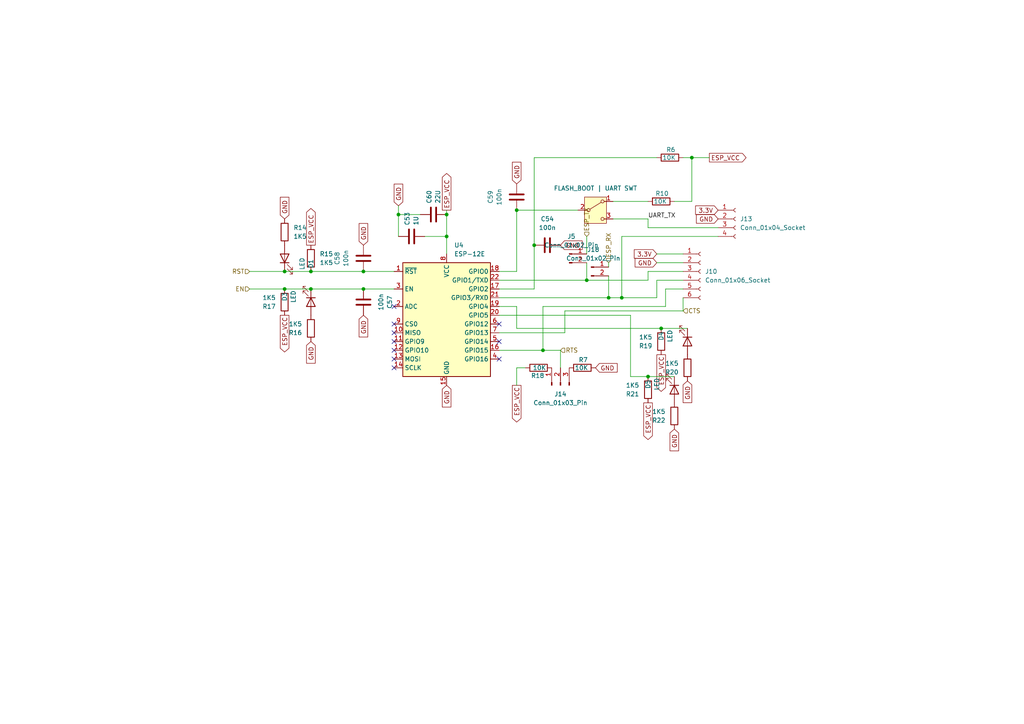
<source format=kicad_sch>
(kicad_sch
	(version 20231120)
	(generator "eeschema")
	(generator_version "8.0")
	(uuid "effbbcc0-9f58-4932-9d7f-118d586f09be")
	(paper "A4")
	(lib_symbols
		(symbol "Connector:Conn_01x02_Pin"
			(pin_names
				(offset 1.016) hide)
			(exclude_from_sim no)
			(in_bom yes)
			(on_board yes)
			(property "Reference" "J"
				(at 0 2.54 0)
				(effects
					(font
						(size 1.27 1.27)
					)
				)
			)
			(property "Value" "Conn_01x02_Pin"
				(at 0 -5.08 0)
				(effects
					(font
						(size 1.27 1.27)
					)
				)
			)
			(property "Footprint" ""
				(at 0 0 0)
				(effects
					(font
						(size 1.27 1.27)
					)
					(hide yes)
				)
			)
			(property "Datasheet" "~"
				(at 0 0 0)
				(effects
					(font
						(size 1.27 1.27)
					)
					(hide yes)
				)
			)
			(property "Description" "Generic connector, single row, 01x02, script generated"
				(at 0 0 0)
				(effects
					(font
						(size 1.27 1.27)
					)
					(hide yes)
				)
			)
			(property "ki_locked" ""
				(at 0 0 0)
				(effects
					(font
						(size 1.27 1.27)
					)
				)
			)
			(property "ki_keywords" "connector"
				(at 0 0 0)
				(effects
					(font
						(size 1.27 1.27)
					)
					(hide yes)
				)
			)
			(property "ki_fp_filters" "Connector*:*_1x??_*"
				(at 0 0 0)
				(effects
					(font
						(size 1.27 1.27)
					)
					(hide yes)
				)
			)
			(symbol "Conn_01x02_Pin_1_1"
				(polyline
					(pts
						(xy 1.27 -2.54) (xy 0.8636 -2.54)
					)
					(stroke
						(width 0.1524)
						(type default)
					)
					(fill
						(type none)
					)
				)
				(polyline
					(pts
						(xy 1.27 0) (xy 0.8636 0)
					)
					(stroke
						(width 0.1524)
						(type default)
					)
					(fill
						(type none)
					)
				)
				(rectangle
					(start 0.8636 -2.413)
					(end 0 -2.667)
					(stroke
						(width 0.1524)
						(type default)
					)
					(fill
						(type outline)
					)
				)
				(rectangle
					(start 0.8636 0.127)
					(end 0 -0.127)
					(stroke
						(width 0.1524)
						(type default)
					)
					(fill
						(type outline)
					)
				)
				(pin passive line
					(at 5.08 0 180)
					(length 3.81)
					(name "Pin_1"
						(effects
							(font
								(size 1.27 1.27)
							)
						)
					)
					(number "1"
						(effects
							(font
								(size 1.27 1.27)
							)
						)
					)
				)
				(pin passive line
					(at 5.08 -2.54 180)
					(length 3.81)
					(name "Pin_2"
						(effects
							(font
								(size 1.27 1.27)
							)
						)
					)
					(number "2"
						(effects
							(font
								(size 1.27 1.27)
							)
						)
					)
				)
			)
		)
		(symbol "Connector:Conn_01x03_Pin"
			(pin_names
				(offset 1.016) hide)
			(exclude_from_sim no)
			(in_bom yes)
			(on_board yes)
			(property "Reference" "J"
				(at 0 5.08 0)
				(effects
					(font
						(size 1.27 1.27)
					)
				)
			)
			(property "Value" "Conn_01x03_Pin"
				(at 0 -5.08 0)
				(effects
					(font
						(size 1.27 1.27)
					)
				)
			)
			(property "Footprint" ""
				(at 0 0 0)
				(effects
					(font
						(size 1.27 1.27)
					)
					(hide yes)
				)
			)
			(property "Datasheet" "~"
				(at 0 0 0)
				(effects
					(font
						(size 1.27 1.27)
					)
					(hide yes)
				)
			)
			(property "Description" "Generic connector, single row, 01x03, script generated"
				(at 0 0 0)
				(effects
					(font
						(size 1.27 1.27)
					)
					(hide yes)
				)
			)
			(property "ki_locked" ""
				(at 0 0 0)
				(effects
					(font
						(size 1.27 1.27)
					)
				)
			)
			(property "ki_keywords" "connector"
				(at 0 0 0)
				(effects
					(font
						(size 1.27 1.27)
					)
					(hide yes)
				)
			)
			(property "ki_fp_filters" "Connector*:*_1x??_*"
				(at 0 0 0)
				(effects
					(font
						(size 1.27 1.27)
					)
					(hide yes)
				)
			)
			(symbol "Conn_01x03_Pin_1_1"
				(polyline
					(pts
						(xy 1.27 -2.54) (xy 0.8636 -2.54)
					)
					(stroke
						(width 0.1524)
						(type default)
					)
					(fill
						(type none)
					)
				)
				(polyline
					(pts
						(xy 1.27 0) (xy 0.8636 0)
					)
					(stroke
						(width 0.1524)
						(type default)
					)
					(fill
						(type none)
					)
				)
				(polyline
					(pts
						(xy 1.27 2.54) (xy 0.8636 2.54)
					)
					(stroke
						(width 0.1524)
						(type default)
					)
					(fill
						(type none)
					)
				)
				(rectangle
					(start 0.8636 -2.413)
					(end 0 -2.667)
					(stroke
						(width 0.1524)
						(type default)
					)
					(fill
						(type outline)
					)
				)
				(rectangle
					(start 0.8636 0.127)
					(end 0 -0.127)
					(stroke
						(width 0.1524)
						(type default)
					)
					(fill
						(type outline)
					)
				)
				(rectangle
					(start 0.8636 2.667)
					(end 0 2.413)
					(stroke
						(width 0.1524)
						(type default)
					)
					(fill
						(type outline)
					)
				)
				(pin passive line
					(at 5.08 2.54 180)
					(length 3.81)
					(name "Pin_1"
						(effects
							(font
								(size 1.27 1.27)
							)
						)
					)
					(number "1"
						(effects
							(font
								(size 1.27 1.27)
							)
						)
					)
				)
				(pin passive line
					(at 5.08 0 180)
					(length 3.81)
					(name "Pin_2"
						(effects
							(font
								(size 1.27 1.27)
							)
						)
					)
					(number "2"
						(effects
							(font
								(size 1.27 1.27)
							)
						)
					)
				)
				(pin passive line
					(at 5.08 -2.54 180)
					(length 3.81)
					(name "Pin_3"
						(effects
							(font
								(size 1.27 1.27)
							)
						)
					)
					(number "3"
						(effects
							(font
								(size 1.27 1.27)
							)
						)
					)
				)
			)
		)
		(symbol "Connector:Conn_01x04_Socket"
			(pin_names
				(offset 1.016) hide)
			(exclude_from_sim no)
			(in_bom yes)
			(on_board yes)
			(property "Reference" "J"
				(at 0 5.08 0)
				(effects
					(font
						(size 1.27 1.27)
					)
				)
			)
			(property "Value" "Conn_01x04_Socket"
				(at 0 -7.62 0)
				(effects
					(font
						(size 1.27 1.27)
					)
				)
			)
			(property "Footprint" ""
				(at 0 0 0)
				(effects
					(font
						(size 1.27 1.27)
					)
					(hide yes)
				)
			)
			(property "Datasheet" "~"
				(at 0 0 0)
				(effects
					(font
						(size 1.27 1.27)
					)
					(hide yes)
				)
			)
			(property "Description" "Generic connector, single row, 01x04, script generated"
				(at 0 0 0)
				(effects
					(font
						(size 1.27 1.27)
					)
					(hide yes)
				)
			)
			(property "ki_locked" ""
				(at 0 0 0)
				(effects
					(font
						(size 1.27 1.27)
					)
				)
			)
			(property "ki_keywords" "connector"
				(at 0 0 0)
				(effects
					(font
						(size 1.27 1.27)
					)
					(hide yes)
				)
			)
			(property "ki_fp_filters" "Connector*:*_1x??_*"
				(at 0 0 0)
				(effects
					(font
						(size 1.27 1.27)
					)
					(hide yes)
				)
			)
			(symbol "Conn_01x04_Socket_1_1"
				(arc
					(start 0 -4.572)
					(mid -0.5058 -5.08)
					(end 0 -5.588)
					(stroke
						(width 0.1524)
						(type default)
					)
					(fill
						(type none)
					)
				)
				(arc
					(start 0 -2.032)
					(mid -0.5058 -2.54)
					(end 0 -3.048)
					(stroke
						(width 0.1524)
						(type default)
					)
					(fill
						(type none)
					)
				)
				(polyline
					(pts
						(xy -1.27 -5.08) (xy -0.508 -5.08)
					)
					(stroke
						(width 0.1524)
						(type default)
					)
					(fill
						(type none)
					)
				)
				(polyline
					(pts
						(xy -1.27 -2.54) (xy -0.508 -2.54)
					)
					(stroke
						(width 0.1524)
						(type default)
					)
					(fill
						(type none)
					)
				)
				(polyline
					(pts
						(xy -1.27 0) (xy -0.508 0)
					)
					(stroke
						(width 0.1524)
						(type default)
					)
					(fill
						(type none)
					)
				)
				(polyline
					(pts
						(xy -1.27 2.54) (xy -0.508 2.54)
					)
					(stroke
						(width 0.1524)
						(type default)
					)
					(fill
						(type none)
					)
				)
				(arc
					(start 0 0.508)
					(mid -0.5058 0)
					(end 0 -0.508)
					(stroke
						(width 0.1524)
						(type default)
					)
					(fill
						(type none)
					)
				)
				(arc
					(start 0 3.048)
					(mid -0.5058 2.54)
					(end 0 2.032)
					(stroke
						(width 0.1524)
						(type default)
					)
					(fill
						(type none)
					)
				)
				(pin passive line
					(at -5.08 2.54 0)
					(length 3.81)
					(name "Pin_1"
						(effects
							(font
								(size 1.27 1.27)
							)
						)
					)
					(number "1"
						(effects
							(font
								(size 1.27 1.27)
							)
						)
					)
				)
				(pin passive line
					(at -5.08 0 0)
					(length 3.81)
					(name "Pin_2"
						(effects
							(font
								(size 1.27 1.27)
							)
						)
					)
					(number "2"
						(effects
							(font
								(size 1.27 1.27)
							)
						)
					)
				)
				(pin passive line
					(at -5.08 -2.54 0)
					(length 3.81)
					(name "Pin_3"
						(effects
							(font
								(size 1.27 1.27)
							)
						)
					)
					(number "3"
						(effects
							(font
								(size 1.27 1.27)
							)
						)
					)
				)
				(pin passive line
					(at -5.08 -5.08 0)
					(length 3.81)
					(name "Pin_4"
						(effects
							(font
								(size 1.27 1.27)
							)
						)
					)
					(number "4"
						(effects
							(font
								(size 1.27 1.27)
							)
						)
					)
				)
			)
		)
		(symbol "Connector:Conn_01x06_Socket"
			(pin_names
				(offset 1.016) hide)
			(exclude_from_sim no)
			(in_bom yes)
			(on_board yes)
			(property "Reference" "J"
				(at 0 7.62 0)
				(effects
					(font
						(size 1.27 1.27)
					)
				)
			)
			(property "Value" "Conn_01x06_Socket"
				(at 0 -10.16 0)
				(effects
					(font
						(size 1.27 1.27)
					)
				)
			)
			(property "Footprint" ""
				(at 0 0 0)
				(effects
					(font
						(size 1.27 1.27)
					)
					(hide yes)
				)
			)
			(property "Datasheet" "~"
				(at 0 0 0)
				(effects
					(font
						(size 1.27 1.27)
					)
					(hide yes)
				)
			)
			(property "Description" "Generic connector, single row, 01x06, script generated"
				(at 0 0 0)
				(effects
					(font
						(size 1.27 1.27)
					)
					(hide yes)
				)
			)
			(property "ki_locked" ""
				(at 0 0 0)
				(effects
					(font
						(size 1.27 1.27)
					)
				)
			)
			(property "ki_keywords" "connector"
				(at 0 0 0)
				(effects
					(font
						(size 1.27 1.27)
					)
					(hide yes)
				)
			)
			(property "ki_fp_filters" "Connector*:*_1x??_*"
				(at 0 0 0)
				(effects
					(font
						(size 1.27 1.27)
					)
					(hide yes)
				)
			)
			(symbol "Conn_01x06_Socket_1_1"
				(arc
					(start 0 -7.112)
					(mid -0.5058 -7.62)
					(end 0 -8.128)
					(stroke
						(width 0.1524)
						(type default)
					)
					(fill
						(type none)
					)
				)
				(arc
					(start 0 -4.572)
					(mid -0.5058 -5.08)
					(end 0 -5.588)
					(stroke
						(width 0.1524)
						(type default)
					)
					(fill
						(type none)
					)
				)
				(arc
					(start 0 -2.032)
					(mid -0.5058 -2.54)
					(end 0 -3.048)
					(stroke
						(width 0.1524)
						(type default)
					)
					(fill
						(type none)
					)
				)
				(polyline
					(pts
						(xy -1.27 -7.62) (xy -0.508 -7.62)
					)
					(stroke
						(width 0.1524)
						(type default)
					)
					(fill
						(type none)
					)
				)
				(polyline
					(pts
						(xy -1.27 -5.08) (xy -0.508 -5.08)
					)
					(stroke
						(width 0.1524)
						(type default)
					)
					(fill
						(type none)
					)
				)
				(polyline
					(pts
						(xy -1.27 -2.54) (xy -0.508 -2.54)
					)
					(stroke
						(width 0.1524)
						(type default)
					)
					(fill
						(type none)
					)
				)
				(polyline
					(pts
						(xy -1.27 0) (xy -0.508 0)
					)
					(stroke
						(width 0.1524)
						(type default)
					)
					(fill
						(type none)
					)
				)
				(polyline
					(pts
						(xy -1.27 2.54) (xy -0.508 2.54)
					)
					(stroke
						(width 0.1524)
						(type default)
					)
					(fill
						(type none)
					)
				)
				(polyline
					(pts
						(xy -1.27 5.08) (xy -0.508 5.08)
					)
					(stroke
						(width 0.1524)
						(type default)
					)
					(fill
						(type none)
					)
				)
				(arc
					(start 0 0.508)
					(mid -0.5058 0)
					(end 0 -0.508)
					(stroke
						(width 0.1524)
						(type default)
					)
					(fill
						(type none)
					)
				)
				(arc
					(start 0 3.048)
					(mid -0.5058 2.54)
					(end 0 2.032)
					(stroke
						(width 0.1524)
						(type default)
					)
					(fill
						(type none)
					)
				)
				(arc
					(start 0 5.588)
					(mid -0.5058 5.08)
					(end 0 4.572)
					(stroke
						(width 0.1524)
						(type default)
					)
					(fill
						(type none)
					)
				)
				(pin passive line
					(at -5.08 5.08 0)
					(length 3.81)
					(name "Pin_1"
						(effects
							(font
								(size 1.27 1.27)
							)
						)
					)
					(number "1"
						(effects
							(font
								(size 1.27 1.27)
							)
						)
					)
				)
				(pin passive line
					(at -5.08 2.54 0)
					(length 3.81)
					(name "Pin_2"
						(effects
							(font
								(size 1.27 1.27)
							)
						)
					)
					(number "2"
						(effects
							(font
								(size 1.27 1.27)
							)
						)
					)
				)
				(pin passive line
					(at -5.08 0 0)
					(length 3.81)
					(name "Pin_3"
						(effects
							(font
								(size 1.27 1.27)
							)
						)
					)
					(number "3"
						(effects
							(font
								(size 1.27 1.27)
							)
						)
					)
				)
				(pin passive line
					(at -5.08 -2.54 0)
					(length 3.81)
					(name "Pin_4"
						(effects
							(font
								(size 1.27 1.27)
							)
						)
					)
					(number "4"
						(effects
							(font
								(size 1.27 1.27)
							)
						)
					)
				)
				(pin passive line
					(at -5.08 -5.08 0)
					(length 3.81)
					(name "Pin_5"
						(effects
							(font
								(size 1.27 1.27)
							)
						)
					)
					(number "5"
						(effects
							(font
								(size 1.27 1.27)
							)
						)
					)
				)
				(pin passive line
					(at -5.08 -7.62 0)
					(length 3.81)
					(name "Pin_6"
						(effects
							(font
								(size 1.27 1.27)
							)
						)
					)
					(number "6"
						(effects
							(font
								(size 1.27 1.27)
							)
						)
					)
				)
			)
		)
		(symbol "Device:C"
			(pin_numbers hide)
			(pin_names
				(offset 0.254)
			)
			(exclude_from_sim no)
			(in_bom yes)
			(on_board yes)
			(property "Reference" "C"
				(at 0.635 2.54 0)
				(effects
					(font
						(size 1.27 1.27)
					)
					(justify left)
				)
			)
			(property "Value" "C"
				(at 0.635 -2.54 0)
				(effects
					(font
						(size 1.27 1.27)
					)
					(justify left)
				)
			)
			(property "Footprint" ""
				(at 0.9652 -3.81 0)
				(effects
					(font
						(size 1.27 1.27)
					)
					(hide yes)
				)
			)
			(property "Datasheet" "~"
				(at 0 0 0)
				(effects
					(font
						(size 1.27 1.27)
					)
					(hide yes)
				)
			)
			(property "Description" "Unpolarized capacitor"
				(at 0 0 0)
				(effects
					(font
						(size 1.27 1.27)
					)
					(hide yes)
				)
			)
			(property "ki_keywords" "cap capacitor"
				(at 0 0 0)
				(effects
					(font
						(size 1.27 1.27)
					)
					(hide yes)
				)
			)
			(property "ki_fp_filters" "C_*"
				(at 0 0 0)
				(effects
					(font
						(size 1.27 1.27)
					)
					(hide yes)
				)
			)
			(symbol "C_0_1"
				(polyline
					(pts
						(xy -2.032 -0.762) (xy 2.032 -0.762)
					)
					(stroke
						(width 0.508)
						(type default)
					)
					(fill
						(type none)
					)
				)
				(polyline
					(pts
						(xy -2.032 0.762) (xy 2.032 0.762)
					)
					(stroke
						(width 0.508)
						(type default)
					)
					(fill
						(type none)
					)
				)
			)
			(symbol "C_1_1"
				(pin passive line
					(at 0 3.81 270)
					(length 2.794)
					(name "~"
						(effects
							(font
								(size 1.27 1.27)
							)
						)
					)
					(number "1"
						(effects
							(font
								(size 1.27 1.27)
							)
						)
					)
				)
				(pin passive line
					(at 0 -3.81 90)
					(length 2.794)
					(name "~"
						(effects
							(font
								(size 1.27 1.27)
							)
						)
					)
					(number "2"
						(effects
							(font
								(size 1.27 1.27)
							)
						)
					)
				)
			)
		)
		(symbol "Device:LED"
			(pin_numbers hide)
			(pin_names
				(offset 1.016) hide)
			(exclude_from_sim no)
			(in_bom yes)
			(on_board yes)
			(property "Reference" "D"
				(at 0 2.54 0)
				(effects
					(font
						(size 1.27 1.27)
					)
				)
			)
			(property "Value" "LED"
				(at 0 -2.54 0)
				(effects
					(font
						(size 1.27 1.27)
					)
				)
			)
			(property "Footprint" ""
				(at 0 0 0)
				(effects
					(font
						(size 1.27 1.27)
					)
					(hide yes)
				)
			)
			(property "Datasheet" "~"
				(at 0 0 0)
				(effects
					(font
						(size 1.27 1.27)
					)
					(hide yes)
				)
			)
			(property "Description" "Light emitting diode"
				(at 0 0 0)
				(effects
					(font
						(size 1.27 1.27)
					)
					(hide yes)
				)
			)
			(property "ki_keywords" "LED diode"
				(at 0 0 0)
				(effects
					(font
						(size 1.27 1.27)
					)
					(hide yes)
				)
			)
			(property "ki_fp_filters" "LED* LED_SMD:* LED_THT:*"
				(at 0 0 0)
				(effects
					(font
						(size 1.27 1.27)
					)
					(hide yes)
				)
			)
			(symbol "LED_0_1"
				(polyline
					(pts
						(xy -1.27 -1.27) (xy -1.27 1.27)
					)
					(stroke
						(width 0.254)
						(type default)
					)
					(fill
						(type none)
					)
				)
				(polyline
					(pts
						(xy -1.27 0) (xy 1.27 0)
					)
					(stroke
						(width 0)
						(type default)
					)
					(fill
						(type none)
					)
				)
				(polyline
					(pts
						(xy 1.27 -1.27) (xy 1.27 1.27) (xy -1.27 0) (xy 1.27 -1.27)
					)
					(stroke
						(width 0.254)
						(type default)
					)
					(fill
						(type none)
					)
				)
				(polyline
					(pts
						(xy -3.048 -0.762) (xy -4.572 -2.286) (xy -3.81 -2.286) (xy -4.572 -2.286) (xy -4.572 -1.524)
					)
					(stroke
						(width 0)
						(type default)
					)
					(fill
						(type none)
					)
				)
				(polyline
					(pts
						(xy -1.778 -0.762) (xy -3.302 -2.286) (xy -2.54 -2.286) (xy -3.302 -2.286) (xy -3.302 -1.524)
					)
					(stroke
						(width 0)
						(type default)
					)
					(fill
						(type none)
					)
				)
			)
			(symbol "LED_1_1"
				(pin passive line
					(at -3.81 0 0)
					(length 2.54)
					(name "K"
						(effects
							(font
								(size 1.27 1.27)
							)
						)
					)
					(number "1"
						(effects
							(font
								(size 1.27 1.27)
							)
						)
					)
				)
				(pin passive line
					(at 3.81 0 180)
					(length 2.54)
					(name "A"
						(effects
							(font
								(size 1.27 1.27)
							)
						)
					)
					(number "2"
						(effects
							(font
								(size 1.27 1.27)
							)
						)
					)
				)
			)
		)
		(symbol "Device:R"
			(pin_numbers hide)
			(pin_names
				(offset 0)
			)
			(exclude_from_sim no)
			(in_bom yes)
			(on_board yes)
			(property "Reference" "R"
				(at 2.032 0 90)
				(effects
					(font
						(size 1.27 1.27)
					)
				)
			)
			(property "Value" "R"
				(at 0 0 90)
				(effects
					(font
						(size 1.27 1.27)
					)
				)
			)
			(property "Footprint" ""
				(at -1.778 0 90)
				(effects
					(font
						(size 1.27 1.27)
					)
					(hide yes)
				)
			)
			(property "Datasheet" "~"
				(at 0 0 0)
				(effects
					(font
						(size 1.27 1.27)
					)
					(hide yes)
				)
			)
			(property "Description" "Resistor"
				(at 0 0 0)
				(effects
					(font
						(size 1.27 1.27)
					)
					(hide yes)
				)
			)
			(property "ki_keywords" "R res resistor"
				(at 0 0 0)
				(effects
					(font
						(size 1.27 1.27)
					)
					(hide yes)
				)
			)
			(property "ki_fp_filters" "R_*"
				(at 0 0 0)
				(effects
					(font
						(size 1.27 1.27)
					)
					(hide yes)
				)
			)
			(symbol "R_0_1"
				(rectangle
					(start -1.016 -2.54)
					(end 1.016 2.54)
					(stroke
						(width 0.254)
						(type default)
					)
					(fill
						(type none)
					)
				)
			)
			(symbol "R_1_1"
				(pin passive line
					(at 0 3.81 270)
					(length 1.27)
					(name "~"
						(effects
							(font
								(size 1.27 1.27)
							)
						)
					)
					(number "1"
						(effects
							(font
								(size 1.27 1.27)
							)
						)
					)
				)
				(pin passive line
					(at 0 -3.81 90)
					(length 1.27)
					(name "~"
						(effects
							(font
								(size 1.27 1.27)
							)
						)
					)
					(number "2"
						(effects
							(font
								(size 1.27 1.27)
							)
						)
					)
				)
			)
		)
		(symbol "RF_Module:ESP-12E"
			(exclude_from_sim no)
			(in_bom yes)
			(on_board yes)
			(property "Reference" "U"
				(at -12.7 19.05 0)
				(effects
					(font
						(size 1.27 1.27)
					)
					(justify left)
				)
			)
			(property "Value" "ESP-12E"
				(at 12.7 19.05 0)
				(effects
					(font
						(size 1.27 1.27)
					)
					(justify right)
				)
			)
			(property "Footprint" "RF_Module:ESP-12E"
				(at 0 0 0)
				(effects
					(font
						(size 1.27 1.27)
					)
					(hide yes)
				)
			)
			(property "Datasheet" "http://wiki.ai-thinker.com/_media/esp8266/esp8266_series_modules_user_manual_v1.1.pdf"
				(at -8.89 2.54 0)
				(effects
					(font
						(size 1.27 1.27)
					)
					(hide yes)
				)
			)
			(property "Description" "802.11 b/g/n Wi-Fi Module"
				(at 0 0 0)
				(effects
					(font
						(size 1.27 1.27)
					)
					(hide yes)
				)
			)
			(property "ki_keywords" "802.11 Wi-Fi"
				(at 0 0 0)
				(effects
					(font
						(size 1.27 1.27)
					)
					(hide yes)
				)
			)
			(property "ki_fp_filters" "ESP?12*"
				(at 0 0 0)
				(effects
					(font
						(size 1.27 1.27)
					)
					(hide yes)
				)
			)
			(symbol "ESP-12E_0_1"
				(rectangle
					(start -12.7 17.78)
					(end 12.7 -15.24)
					(stroke
						(width 0.254)
						(type default)
					)
					(fill
						(type background)
					)
				)
			)
			(symbol "ESP-12E_1_1"
				(pin input line
					(at -15.24 15.24 0)
					(length 2.54)
					(name "~{RST}"
						(effects
							(font
								(size 1.27 1.27)
							)
						)
					)
					(number "1"
						(effects
							(font
								(size 1.27 1.27)
							)
						)
					)
				)
				(pin bidirectional line
					(at -15.24 -2.54 0)
					(length 2.54)
					(name "MISO"
						(effects
							(font
								(size 1.27 1.27)
							)
						)
					)
					(number "10"
						(effects
							(font
								(size 1.27 1.27)
							)
						)
					)
				)
				(pin bidirectional line
					(at -15.24 -5.08 0)
					(length 2.54)
					(name "GPIO9"
						(effects
							(font
								(size 1.27 1.27)
							)
						)
					)
					(number "11"
						(effects
							(font
								(size 1.27 1.27)
							)
						)
					)
				)
				(pin bidirectional line
					(at -15.24 -7.62 0)
					(length 2.54)
					(name "GPIO10"
						(effects
							(font
								(size 1.27 1.27)
							)
						)
					)
					(number "12"
						(effects
							(font
								(size 1.27 1.27)
							)
						)
					)
				)
				(pin bidirectional line
					(at -15.24 -10.16 0)
					(length 2.54)
					(name "MOSI"
						(effects
							(font
								(size 1.27 1.27)
							)
						)
					)
					(number "13"
						(effects
							(font
								(size 1.27 1.27)
							)
						)
					)
				)
				(pin bidirectional line
					(at -15.24 -12.7 0)
					(length 2.54)
					(name "SCLK"
						(effects
							(font
								(size 1.27 1.27)
							)
						)
					)
					(number "14"
						(effects
							(font
								(size 1.27 1.27)
							)
						)
					)
				)
				(pin power_in line
					(at 0 -17.78 90)
					(length 2.54)
					(name "GND"
						(effects
							(font
								(size 1.27 1.27)
							)
						)
					)
					(number "15"
						(effects
							(font
								(size 1.27 1.27)
							)
						)
					)
				)
				(pin bidirectional line
					(at 15.24 -7.62 180)
					(length 2.54)
					(name "GPIO15"
						(effects
							(font
								(size 1.27 1.27)
							)
						)
					)
					(number "16"
						(effects
							(font
								(size 1.27 1.27)
							)
						)
					)
				)
				(pin bidirectional line
					(at 15.24 10.16 180)
					(length 2.54)
					(name "GPIO2"
						(effects
							(font
								(size 1.27 1.27)
							)
						)
					)
					(number "17"
						(effects
							(font
								(size 1.27 1.27)
							)
						)
					)
				)
				(pin bidirectional line
					(at 15.24 15.24 180)
					(length 2.54)
					(name "GPIO0"
						(effects
							(font
								(size 1.27 1.27)
							)
						)
					)
					(number "18"
						(effects
							(font
								(size 1.27 1.27)
							)
						)
					)
				)
				(pin bidirectional line
					(at 15.24 5.08 180)
					(length 2.54)
					(name "GPIO4"
						(effects
							(font
								(size 1.27 1.27)
							)
						)
					)
					(number "19"
						(effects
							(font
								(size 1.27 1.27)
							)
						)
					)
				)
				(pin input line
					(at -15.24 5.08 0)
					(length 2.54)
					(name "ADC"
						(effects
							(font
								(size 1.27 1.27)
							)
						)
					)
					(number "2"
						(effects
							(font
								(size 1.27 1.27)
							)
						)
					)
				)
				(pin bidirectional line
					(at 15.24 2.54 180)
					(length 2.54)
					(name "GPIO5"
						(effects
							(font
								(size 1.27 1.27)
							)
						)
					)
					(number "20"
						(effects
							(font
								(size 1.27 1.27)
							)
						)
					)
				)
				(pin bidirectional line
					(at 15.24 7.62 180)
					(length 2.54)
					(name "GPIO3/RXD"
						(effects
							(font
								(size 1.27 1.27)
							)
						)
					)
					(number "21"
						(effects
							(font
								(size 1.27 1.27)
							)
						)
					)
				)
				(pin bidirectional line
					(at 15.24 12.7 180)
					(length 2.54)
					(name "GPIO1/TXD"
						(effects
							(font
								(size 1.27 1.27)
							)
						)
					)
					(number "22"
						(effects
							(font
								(size 1.27 1.27)
							)
						)
					)
				)
				(pin input line
					(at -15.24 10.16 0)
					(length 2.54)
					(name "EN"
						(effects
							(font
								(size 1.27 1.27)
							)
						)
					)
					(number "3"
						(effects
							(font
								(size 1.27 1.27)
							)
						)
					)
				)
				(pin bidirectional line
					(at 15.24 -10.16 180)
					(length 2.54)
					(name "GPIO16"
						(effects
							(font
								(size 1.27 1.27)
							)
						)
					)
					(number "4"
						(effects
							(font
								(size 1.27 1.27)
							)
						)
					)
				)
				(pin bidirectional line
					(at 15.24 -5.08 180)
					(length 2.54)
					(name "GPIO14"
						(effects
							(font
								(size 1.27 1.27)
							)
						)
					)
					(number "5"
						(effects
							(font
								(size 1.27 1.27)
							)
						)
					)
				)
				(pin bidirectional line
					(at 15.24 0 180)
					(length 2.54)
					(name "GPIO12"
						(effects
							(font
								(size 1.27 1.27)
							)
						)
					)
					(number "6"
						(effects
							(font
								(size 1.27 1.27)
							)
						)
					)
				)
				(pin bidirectional line
					(at 15.24 -2.54 180)
					(length 2.54)
					(name "GPIO13"
						(effects
							(font
								(size 1.27 1.27)
							)
						)
					)
					(number "7"
						(effects
							(font
								(size 1.27 1.27)
							)
						)
					)
				)
				(pin power_in line
					(at 0 20.32 270)
					(length 2.54)
					(name "VCC"
						(effects
							(font
								(size 1.27 1.27)
							)
						)
					)
					(number "8"
						(effects
							(font
								(size 1.27 1.27)
							)
						)
					)
				)
				(pin input line
					(at -15.24 0 0)
					(length 2.54)
					(name "CS0"
						(effects
							(font
								(size 1.27 1.27)
							)
						)
					)
					(number "9"
						(effects
							(font
								(size 1.27 1.27)
							)
						)
					)
				)
			)
		)
		(symbol "Switch:SW_SPDT"
			(pin_names
				(offset 0) hide)
			(exclude_from_sim no)
			(in_bom yes)
			(on_board yes)
			(property "Reference" "SW"
				(at 0 5.08 0)
				(effects
					(font
						(size 1.27 1.27)
					)
				)
			)
			(property "Value" "SW_SPDT"
				(at 0 -5.08 0)
				(effects
					(font
						(size 1.27 1.27)
					)
				)
			)
			(property "Footprint" ""
				(at 0 0 0)
				(effects
					(font
						(size 1.27 1.27)
					)
					(hide yes)
				)
			)
			(property "Datasheet" "~"
				(at 0 -7.62 0)
				(effects
					(font
						(size 1.27 1.27)
					)
					(hide yes)
				)
			)
			(property "Description" "Switch, single pole double throw"
				(at 0 0 0)
				(effects
					(font
						(size 1.27 1.27)
					)
					(hide yes)
				)
			)
			(property "ki_keywords" "switch single-pole double-throw spdt ON-ON"
				(at 0 0 0)
				(effects
					(font
						(size 1.27 1.27)
					)
					(hide yes)
				)
			)
			(symbol "SW_SPDT_0_1"
				(circle
					(center -2.032 0)
					(radius 0.4572)
					(stroke
						(width 0)
						(type default)
					)
					(fill
						(type none)
					)
				)
				(polyline
					(pts
						(xy -1.651 0.254) (xy 1.651 2.286)
					)
					(stroke
						(width 0)
						(type default)
					)
					(fill
						(type none)
					)
				)
				(circle
					(center 2.032 -2.54)
					(radius 0.4572)
					(stroke
						(width 0)
						(type default)
					)
					(fill
						(type none)
					)
				)
				(circle
					(center 2.032 2.54)
					(radius 0.4572)
					(stroke
						(width 0)
						(type default)
					)
					(fill
						(type none)
					)
				)
			)
			(symbol "SW_SPDT_1_1"
				(rectangle
					(start -3.175 3.81)
					(end 3.175 -3.81)
					(stroke
						(width 0)
						(type default)
					)
					(fill
						(type background)
					)
				)
				(pin passive line
					(at 5.08 2.54 180)
					(length 2.54)
					(name "A"
						(effects
							(font
								(size 1.27 1.27)
							)
						)
					)
					(number "1"
						(effects
							(font
								(size 1.27 1.27)
							)
						)
					)
				)
				(pin passive line
					(at -5.08 0 0)
					(length 2.54)
					(name "B"
						(effects
							(font
								(size 1.27 1.27)
							)
						)
					)
					(number "2"
						(effects
							(font
								(size 1.27 1.27)
							)
						)
					)
				)
				(pin passive line
					(at 5.08 -2.54 180)
					(length 2.54)
					(name "C"
						(effects
							(font
								(size 1.27 1.27)
							)
						)
					)
					(number "3"
						(effects
							(font
								(size 1.27 1.27)
							)
						)
					)
				)
			)
		)
	)
	(junction
		(at 200.66 45.72)
		(diameter 0)
		(color 0 0 0 0)
		(uuid "14bb73af-a741-4882-808a-79855d68b9c6")
	)
	(junction
		(at 191.77 95.25)
		(diameter 0)
		(color 0 0 0 0)
		(uuid "178ff0e5-c856-43f4-bbe4-2ac4917eb849")
	)
	(junction
		(at 154.94 71.12)
		(diameter 0)
		(color 0 0 0 0)
		(uuid "1b182f1c-3cf5-4a60-99e0-2b9fc97213c0")
	)
	(junction
		(at 105.41 83.82)
		(diameter 0)
		(color 0 0 0 0)
		(uuid "523b1290-6ee9-4f04-aa09-08ddc67f3ce6")
	)
	(junction
		(at 176.53 86.36)
		(diameter 0)
		(color 0 0 0 0)
		(uuid "6478d4d9-67cb-4a83-854b-7394b1ee67df")
	)
	(junction
		(at 149.86 60.96)
		(diameter 0)
		(color 0 0 0 0)
		(uuid "6f4d82f6-0a8f-4e7c-88a7-4fac26a6447f")
	)
	(junction
		(at 180.34 86.36)
		(diameter 0)
		(color 0 0 0 0)
		(uuid "79658a54-8b80-4848-b360-26e681ada1a5")
	)
	(junction
		(at 115.57 62.23)
		(diameter 0)
		(color 0 0 0 0)
		(uuid "8e794a15-a7a1-45d0-9a8a-4054f8af754a")
	)
	(junction
		(at 129.54 62.23)
		(diameter 0)
		(color 0 0 0 0)
		(uuid "8ea09b71-8d9b-45e2-b00d-6548ec1adbf2")
	)
	(junction
		(at 82.55 83.82)
		(diameter 0)
		(color 0 0 0 0)
		(uuid "99935eec-6d42-4667-a9ec-c9dd46972552")
	)
	(junction
		(at 129.54 68.58)
		(diameter 0)
		(color 0 0 0 0)
		(uuid "a6c14ff6-90c8-4871-90bb-8ebab828b845")
	)
	(junction
		(at 90.17 78.74)
		(diameter 0)
		(color 0 0 0 0)
		(uuid "b49d4192-4623-411a-8a54-50aacca072b8")
	)
	(junction
		(at 105.41 78.74)
		(diameter 0)
		(color 0 0 0 0)
		(uuid "bd2c8589-bf75-439b-b99b-825c387c8782")
	)
	(junction
		(at 170.18 81.28)
		(diameter 0)
		(color 0 0 0 0)
		(uuid "be8f384f-d435-4e72-af7f-ab8247237381")
	)
	(junction
		(at 82.55 78.74)
		(diameter 0)
		(color 0 0 0 0)
		(uuid "e3059173-ec0b-44d5-b8d2-a37b9bcd7066")
	)
	(junction
		(at 187.96 109.22)
		(diameter 0)
		(color 0 0 0 0)
		(uuid "e9c547e6-81eb-441c-95c2-48b8e5f4ef51")
	)
	(junction
		(at 157.48 101.6)
		(diameter 0)
		(color 0 0 0 0)
		(uuid "eb1ee2f0-9b30-47ce-8958-c01e2669f5e5")
	)
	(junction
		(at 90.17 83.82)
		(diameter 0)
		(color 0 0 0 0)
		(uuid "eb89123e-7f05-4232-9ba8-263512f37d5d")
	)
	(no_connect
		(at 114.3 96.52)
		(uuid "4710c521-588f-4c36-971f-b1713cf33ebe")
	)
	(no_connect
		(at 114.3 104.14)
		(uuid "56e79d44-ec5b-4606-bc49-9188ff9be46a")
	)
	(no_connect
		(at 144.78 104.14)
		(uuid "5ae1f318-a257-436a-9c92-2ec93a03c5da")
	)
	(no_connect
		(at 144.78 93.98)
		(uuid "6277720f-593e-4154-ac8c-62d7adee9d7a")
	)
	(no_connect
		(at 114.3 101.6)
		(uuid "a85ef090-d33a-47bd-bcd5-73da1392da84")
	)
	(no_connect
		(at 114.3 99.06)
		(uuid "b31ce134-a590-4a51-8c20-a54c16877e87")
	)
	(no_connect
		(at 114.3 93.98)
		(uuid "d1e2236c-e3f6-4020-9921-60b088fb41b2")
	)
	(no_connect
		(at 114.3 106.68)
		(uuid "d8dda402-32bb-4139-bdc5-a1a0684a8ca1")
	)
	(no_connect
		(at 114.3 88.9)
		(uuid "e6b6430b-9772-4a41-8793-6a1dbdc23f9c")
	)
	(no_connect
		(at 144.78 99.06)
		(uuid "e9262d83-0ce7-4288-b751-627f24b4081f")
	)
	(wire
		(pts
			(xy 115.57 59.69) (xy 115.57 62.23)
		)
		(stroke
			(width 0)
			(type default)
		)
		(uuid "0025dcff-63d6-44d2-a707-9de0b076c71d")
	)
	(wire
		(pts
			(xy 82.55 83.82) (xy 90.17 83.82)
		)
		(stroke
			(width 0)
			(type default)
		)
		(uuid "011008b9-45eb-4c04-bf6f-abb6e7e07a00")
	)
	(wire
		(pts
			(xy 154.94 45.72) (xy 190.5 45.72)
		)
		(stroke
			(width 0)
			(type default)
		)
		(uuid "072c1e76-9361-4cbb-9186-b45d90574370")
	)
	(wire
		(pts
			(xy 72.39 83.82) (xy 82.55 83.82)
		)
		(stroke
			(width 0)
			(type default)
		)
		(uuid "0cddf25c-49ed-4e98-af3a-9b37a075895c")
	)
	(wire
		(pts
			(xy 163.83 96.52) (xy 163.83 90.17)
		)
		(stroke
			(width 0)
			(type default)
		)
		(uuid "0e0381fe-dfc8-429a-98f6-df1596b988ed")
	)
	(wire
		(pts
			(xy 149.86 88.9) (xy 144.78 88.9)
		)
		(stroke
			(width 0)
			(type default)
		)
		(uuid "101aef30-3d67-4fb9-9adc-7579280d2aad")
	)
	(wire
		(pts
			(xy 176.53 80.01) (xy 176.53 86.36)
		)
		(stroke
			(width 0)
			(type default)
		)
		(uuid "11814f69-88b7-4987-a38a-7abf0fbeb369")
	)
	(wire
		(pts
			(xy 162.56 106.68) (xy 162.56 101.6)
		)
		(stroke
			(width 0)
			(type default)
		)
		(uuid "1406a0f1-b364-413d-a2bc-116a46d8c002")
	)
	(wire
		(pts
			(xy 144.78 81.28) (xy 170.18 81.28)
		)
		(stroke
			(width 0)
			(type default)
		)
		(uuid "15cd16b9-e31d-4569-b6c3-912d3a7c5ad4")
	)
	(wire
		(pts
			(xy 157.48 88.9) (xy 193.04 88.9)
		)
		(stroke
			(width 0)
			(type default)
		)
		(uuid "1783225d-a33b-4697-b2e7-0dcc6d6cd6cc")
	)
	(wire
		(pts
			(xy 129.54 60.96) (xy 129.54 62.23)
		)
		(stroke
			(width 0)
			(type default)
		)
		(uuid "17a862e1-d92c-4098-b9b5-f569360656b2")
	)
	(wire
		(pts
			(xy 90.17 83.82) (xy 105.41 83.82)
		)
		(stroke
			(width 0)
			(type default)
		)
		(uuid "19a605b3-2a0b-451b-8750-5dce7a05c807")
	)
	(wire
		(pts
			(xy 182.88 109.22) (xy 187.96 109.22)
		)
		(stroke
			(width 0)
			(type default)
		)
		(uuid "1f0e6458-306d-47b4-ae74-64b90b79154d")
	)
	(wire
		(pts
			(xy 198.12 45.72) (xy 200.66 45.72)
		)
		(stroke
			(width 0)
			(type default)
		)
		(uuid "204795b2-9880-4e6f-81d3-9d030eefd724")
	)
	(wire
		(pts
			(xy 180.34 68.58) (xy 180.34 86.36)
		)
		(stroke
			(width 0)
			(type default)
		)
		(uuid "222f723f-9088-4b94-af71-983e1b25d415")
	)
	(wire
		(pts
			(xy 190.5 81.28) (xy 198.12 81.28)
		)
		(stroke
			(width 0)
			(type default)
		)
		(uuid "2816e9cb-6d3d-45f5-b232-99bdc01ae1d0")
	)
	(wire
		(pts
			(xy 170.18 76.2) (xy 170.18 81.28)
		)
		(stroke
			(width 0)
			(type default)
		)
		(uuid "28ab5923-45a6-4018-a3d1-d50e3847173f")
	)
	(wire
		(pts
			(xy 177.8 63.5) (xy 187.96 63.5)
		)
		(stroke
			(width 0)
			(type default)
		)
		(uuid "2c141113-c3cf-4953-9737-eddb3671291c")
	)
	(wire
		(pts
			(xy 90.17 78.74) (xy 105.41 78.74)
		)
		(stroke
			(width 0)
			(type default)
		)
		(uuid "2d87d3ea-4a0e-4e13-8a20-ff69db4545c5")
	)
	(wire
		(pts
			(xy 193.04 83.82) (xy 198.12 83.82)
		)
		(stroke
			(width 0)
			(type default)
		)
		(uuid "35e17a8f-3f1a-4a68-a9f8-edb85dc7402c")
	)
	(wire
		(pts
			(xy 129.54 68.58) (xy 129.54 73.66)
		)
		(stroke
			(width 0)
			(type default)
		)
		(uuid "3fc4d9e9-70ea-403c-89fa-aeffe913833d")
	)
	(wire
		(pts
			(xy 144.78 101.6) (xy 157.48 101.6)
		)
		(stroke
			(width 0)
			(type default)
		)
		(uuid "45e3b282-cf89-4210-ad82-82d05c6030b9")
	)
	(wire
		(pts
			(xy 149.86 95.25) (xy 149.86 88.9)
		)
		(stroke
			(width 0)
			(type default)
		)
		(uuid "481a7d99-be35-49c7-b5b5-11d15f33982a")
	)
	(wire
		(pts
			(xy 157.48 101.6) (xy 157.48 88.9)
		)
		(stroke
			(width 0)
			(type default)
		)
		(uuid "4eaeb867-d8e7-4abd-8d1c-cf2764dfbbd6")
	)
	(wire
		(pts
			(xy 105.41 78.74) (xy 114.3 78.74)
		)
		(stroke
			(width 0)
			(type default)
		)
		(uuid "50e8eef1-c187-4d0c-97f9-87969cc281e0")
	)
	(wire
		(pts
			(xy 129.54 62.23) (xy 129.54 68.58)
		)
		(stroke
			(width 0)
			(type default)
		)
		(uuid "56834021-435c-4b50-b2c5-8780a3972d08")
	)
	(wire
		(pts
			(xy 177.8 58.42) (xy 187.96 58.42)
		)
		(stroke
			(width 0)
			(type default)
		)
		(uuid "5b48244a-290b-4d51-9a74-8c3d0514ecce")
	)
	(wire
		(pts
			(xy 187.96 81.28) (xy 187.96 78.74)
		)
		(stroke
			(width 0)
			(type default)
		)
		(uuid "63441ca4-2fcd-4b92-b471-02109b115a5a")
	)
	(wire
		(pts
			(xy 149.86 60.96) (xy 167.64 60.96)
		)
		(stroke
			(width 0)
			(type default)
		)
		(uuid "68670846-d71f-431c-ace5-cbddd7e8f51a")
	)
	(wire
		(pts
			(xy 149.86 106.68) (xy 149.86 111.76)
		)
		(stroke
			(width 0)
			(type default)
		)
		(uuid "69dab1b7-d7bc-446e-ba45-45ff073e89d2")
	)
	(wire
		(pts
			(xy 191.77 95.25) (xy 199.39 95.25)
		)
		(stroke
			(width 0)
			(type default)
		)
		(uuid "6f5ebf9f-13d8-49bf-8683-525fe58998af")
	)
	(wire
		(pts
			(xy 190.5 76.2) (xy 198.12 76.2)
		)
		(stroke
			(width 0)
			(type default)
		)
		(uuid "71ff6730-8628-4bae-9c65-10aa39fdeed4")
	)
	(wire
		(pts
			(xy 182.88 91.44) (xy 144.78 91.44)
		)
		(stroke
			(width 0)
			(type default)
		)
		(uuid "726c6802-8d1c-48e5-96ce-f0196260969b")
	)
	(wire
		(pts
			(xy 144.78 86.36) (xy 176.53 86.36)
		)
		(stroke
			(width 0)
			(type default)
		)
		(uuid "7802a428-4cd7-44be-90cc-6bd3171c3f51")
	)
	(wire
		(pts
			(xy 190.5 86.36) (xy 190.5 81.28)
		)
		(stroke
			(width 0)
			(type default)
		)
		(uuid "7bc9f7f3-3ace-4326-b35d-60b4fcae3b84")
	)
	(wire
		(pts
			(xy 200.66 45.72) (xy 205.74 45.72)
		)
		(stroke
			(width 0)
			(type default)
		)
		(uuid "8491b51d-c999-4abf-b792-7b2cba38a23e")
	)
	(wire
		(pts
			(xy 180.34 86.36) (xy 190.5 86.36)
		)
		(stroke
			(width 0)
			(type default)
		)
		(uuid "874d8d67-7cff-4e9e-bcaf-52480bf21c8f")
	)
	(wire
		(pts
			(xy 115.57 62.23) (xy 121.92 62.23)
		)
		(stroke
			(width 0)
			(type default)
		)
		(uuid "884f23f8-46e5-4c23-b32d-5bdc17050a86")
	)
	(wire
		(pts
			(xy 123.19 68.58) (xy 129.54 68.58)
		)
		(stroke
			(width 0)
			(type default)
		)
		(uuid "8a54f377-fe82-4f50-a04a-a9f87e08c991")
	)
	(wire
		(pts
			(xy 82.55 78.74) (xy 90.17 78.74)
		)
		(stroke
			(width 0)
			(type default)
		)
		(uuid "93080ad3-829e-4ce4-bb40-254ab7983859")
	)
	(wire
		(pts
			(xy 149.86 95.25) (xy 191.77 95.25)
		)
		(stroke
			(width 0)
			(type default)
		)
		(uuid "9c5cfc83-eaec-47c5-9d9a-5b789a487610")
	)
	(wire
		(pts
			(xy 176.53 86.36) (xy 180.34 86.36)
		)
		(stroke
			(width 0)
			(type default)
		)
		(uuid "9f8c7468-33aa-4214-b02a-6bd9c6c1007b")
	)
	(wire
		(pts
			(xy 170.18 68.58) (xy 170.18 73.66)
		)
		(stroke
			(width 0)
			(type default)
		)
		(uuid "a1217e62-3956-45dc-9be4-96c38f49b482")
	)
	(wire
		(pts
			(xy 170.18 81.28) (xy 187.96 81.28)
		)
		(stroke
			(width 0)
			(type default)
		)
		(uuid "a1d36ffb-8a23-4915-80a1-88516d7fa01b")
	)
	(wire
		(pts
			(xy 180.34 68.58) (xy 208.28 68.58)
		)
		(stroke
			(width 0)
			(type default)
		)
		(uuid "a597ab3c-1afa-447e-a34f-897f0df764a5")
	)
	(wire
		(pts
			(xy 187.96 78.74) (xy 198.12 78.74)
		)
		(stroke
			(width 0)
			(type default)
		)
		(uuid "a8992a64-76d3-4e58-af75-df531070769c")
	)
	(wire
		(pts
			(xy 154.94 45.72) (xy 154.94 71.12)
		)
		(stroke
			(width 0)
			(type default)
		)
		(uuid "ac7946bd-0b91-4243-b251-fbf91b0c36a2")
	)
	(wire
		(pts
			(xy 176.53 76.2) (xy 176.53 77.47)
		)
		(stroke
			(width 0)
			(type default)
		)
		(uuid "ad860e09-bdf4-40da-afac-75c820c00d97")
	)
	(wire
		(pts
			(xy 154.94 71.12) (xy 154.94 83.82)
		)
		(stroke
			(width 0)
			(type default)
		)
		(uuid "b1b3f4a2-ef01-4f04-b961-dc61d8e520d3")
	)
	(wire
		(pts
			(xy 144.78 83.82) (xy 154.94 83.82)
		)
		(stroke
			(width 0)
			(type default)
		)
		(uuid "bab96f3e-6a6f-4905-9d73-ec8578650992")
	)
	(wire
		(pts
			(xy 198.12 90.17) (xy 198.12 86.36)
		)
		(stroke
			(width 0)
			(type default)
		)
		(uuid "bd71b710-2bb9-4bc3-8f8a-63c4d5a17088")
	)
	(wire
		(pts
			(xy 187.96 63.5) (xy 187.96 66.04)
		)
		(stroke
			(width 0)
			(type default)
		)
		(uuid "bfac4ca8-5fe0-43bb-a400-7ded26ad629e")
	)
	(wire
		(pts
			(xy 144.78 78.74) (xy 149.86 78.74)
		)
		(stroke
			(width 0)
			(type default)
		)
		(uuid "c337d69a-1aa4-4593-aeb3-9b80759e1e87")
	)
	(wire
		(pts
			(xy 144.78 96.52) (xy 163.83 96.52)
		)
		(stroke
			(width 0)
			(type default)
		)
		(uuid "c3b1e20e-c354-405a-b28b-0a5a6538830d")
	)
	(wire
		(pts
			(xy 187.96 109.22) (xy 195.58 109.22)
		)
		(stroke
			(width 0)
			(type default)
		)
		(uuid "c4a98a4f-4d8c-4fa6-aed9-a0ce66cf2692")
	)
	(wire
		(pts
			(xy 105.41 83.82) (xy 114.3 83.82)
		)
		(stroke
			(width 0)
			(type default)
		)
		(uuid "c69ef54e-2fae-44d3-b639-55b6426494eb")
	)
	(wire
		(pts
			(xy 149.86 78.74) (xy 149.86 60.96)
		)
		(stroke
			(width 0)
			(type default)
		)
		(uuid "c9dd2f1c-c8a8-48a2-a5db-f7b048a4466e")
	)
	(wire
		(pts
			(xy 200.66 58.42) (xy 200.66 45.72)
		)
		(stroke
			(width 0)
			(type default)
		)
		(uuid "d8fb76aa-e938-4260-8c6c-36d843b74b25")
	)
	(wire
		(pts
			(xy 195.58 58.42) (xy 200.66 58.42)
		)
		(stroke
			(width 0)
			(type default)
		)
		(uuid "e0db58df-6dcc-4173-bb64-e628489a9d5b")
	)
	(wire
		(pts
			(xy 163.83 90.17) (xy 198.12 90.17)
		)
		(stroke
			(width 0)
			(type default)
		)
		(uuid "e6d870e4-aa07-4ca7-93ec-e29f1a71855f")
	)
	(wire
		(pts
			(xy 190.5 73.66) (xy 198.12 73.66)
		)
		(stroke
			(width 0)
			(type default)
		)
		(uuid "ef283eb3-f4f2-415c-b16e-b7cece0de325")
	)
	(wire
		(pts
			(xy 162.56 101.6) (xy 157.48 101.6)
		)
		(stroke
			(width 0)
			(type default)
		)
		(uuid "f0448200-55dc-4077-bc7d-c3b496b5883b")
	)
	(wire
		(pts
			(xy 187.96 66.04) (xy 208.28 66.04)
		)
		(stroke
			(width 0)
			(type default)
		)
		(uuid "f0e6e78b-397f-44eb-9122-e6330fd4bb77")
	)
	(wire
		(pts
			(xy 193.04 88.9) (xy 193.04 83.82)
		)
		(stroke
			(width 0)
			(type default)
		)
		(uuid "f4b664d0-47b7-4814-b641-7e6e011d1b71")
	)
	(wire
		(pts
			(xy 152.4 106.68) (xy 149.86 106.68)
		)
		(stroke
			(width 0)
			(type default)
		)
		(uuid "f4d2f7dd-bc34-4a65-bcf4-909e4030a861")
	)
	(wire
		(pts
			(xy 72.39 78.74) (xy 82.55 78.74)
		)
		(stroke
			(width 0)
			(type default)
		)
		(uuid "f68d7f16-46cd-45e8-a369-437cb0e39128")
	)
	(wire
		(pts
			(xy 115.57 62.23) (xy 115.57 68.58)
		)
		(stroke
			(width 0)
			(type default)
		)
		(uuid "f791bc61-ff2d-4911-b0d7-b4afa074f7c8")
	)
	(wire
		(pts
			(xy 182.88 109.22) (xy 182.88 91.44)
		)
		(stroke
			(width 0)
			(type default)
		)
		(uuid "f7c4a1df-0241-40a3-bbe7-631f0f3e6336")
	)
	(label "UART_TX"
		(at 187.96 63.5 0)
		(effects
			(font
				(size 1.27 1.27)
			)
			(justify left bottom)
		)
		(uuid "33ca1f26-f9c2-48c3-ba1b-d24b595009d2")
	)
	(global_label "GND"
		(shape input)
		(at 199.39 110.49 270)
		(fields_autoplaced yes)
		(effects
			(font
				(size 1.27 1.27)
			)
			(justify right)
		)
		(uuid "1327b534-0ac4-4ab9-8bdf-3a3f25731f67")
		(property "Intersheetrefs" "${INTERSHEET_REFS}"
			(at 199.39 117.3457 90)
			(effects
				(font
					(size 1.27 1.27)
				)
				(justify right)
				(hide yes)
			)
		)
	)
	(global_label "ESP_VCC"
		(shape output)
		(at 82.55 91.44 270)
		(fields_autoplaced yes)
		(effects
			(font
				(size 1.27 1.27)
			)
			(justify right)
		)
		(uuid "235cd49a-7f32-4ead-9f6a-16cccbf07791")
		(property "Intersheetrefs" "${INTERSHEET_REFS}"
			(at 82.55 102.6499 90)
			(effects
				(font
					(size 1.27 1.27)
				)
				(justify right)
				(hide yes)
			)
		)
	)
	(global_label "ESP_VCC"
		(shape output)
		(at 205.74 45.72 0)
		(fields_autoplaced yes)
		(effects
			(font
				(size 1.27 1.27)
			)
			(justify left)
		)
		(uuid "3a1ec38b-c48d-4472-8de9-8069fcad00d5")
		(property "Intersheetrefs" "${INTERSHEET_REFS}"
			(at 216.9499 45.72 0)
			(effects
				(font
					(size 1.27 1.27)
				)
				(justify left)
				(hide yes)
			)
		)
	)
	(global_label "GND"
		(shape input)
		(at 149.86 53.34 90)
		(fields_autoplaced yes)
		(effects
			(font
				(size 1.27 1.27)
			)
			(justify left)
		)
		(uuid "3abfe8d8-26f9-4492-b185-f48fb2b15f4c")
		(property "Intersheetrefs" "${INTERSHEET_REFS}"
			(at 149.86 46.4843 90)
			(effects
				(font
					(size 1.27 1.27)
				)
				(justify left)
				(hide yes)
			)
		)
	)
	(global_label "GND"
		(shape input)
		(at 115.57 59.69 90)
		(fields_autoplaced yes)
		(effects
			(font
				(size 1.27 1.27)
			)
			(justify left)
		)
		(uuid "42a08156-e5e7-4d63-948c-ea3da13954d7")
		(property "Intersheetrefs" "${INTERSHEET_REFS}"
			(at 115.57 52.8343 90)
			(effects
				(font
					(size 1.27 1.27)
				)
				(justify left)
				(hide yes)
			)
		)
	)
	(global_label "GND"
		(shape input)
		(at 90.17 99.06 270)
		(fields_autoplaced yes)
		(effects
			(font
				(size 1.27 1.27)
			)
			(justify right)
		)
		(uuid "45c9c0a1-2f07-4b7b-855b-d5b87f421b78")
		(property "Intersheetrefs" "${INTERSHEET_REFS}"
			(at 90.17 105.9157 90)
			(effects
				(font
					(size 1.27 1.27)
				)
				(justify right)
				(hide yes)
			)
		)
	)
	(global_label "GND"
		(shape input)
		(at 129.54 111.76 270)
		(fields_autoplaced yes)
		(effects
			(font
				(size 1.27 1.27)
			)
			(justify right)
		)
		(uuid "4a43f827-d7d0-4a41-9bbf-a3a04be04658")
		(property "Intersheetrefs" "${INTERSHEET_REFS}"
			(at 129.54 118.6157 90)
			(effects
				(font
					(size 1.27 1.27)
				)
				(justify right)
				(hide yes)
			)
		)
	)
	(global_label "GND"
		(shape input)
		(at 195.58 124.46 270)
		(fields_autoplaced yes)
		(effects
			(font
				(size 1.27 1.27)
			)
			(justify right)
		)
		(uuid "5a39c806-4c62-49c6-a5d2-d50bd8c67715")
		(property "Intersheetrefs" "${INTERSHEET_REFS}"
			(at 195.58 131.3157 90)
			(effects
				(font
					(size 1.27 1.27)
				)
				(justify right)
				(hide yes)
			)
		)
	)
	(global_label "3.3V"
		(shape input)
		(at 190.5 73.66 180)
		(fields_autoplaced yes)
		(effects
			(font
				(size 1.27 1.27)
			)
			(justify right)
		)
		(uuid "601e93ae-5539-478f-991c-039e826fa868")
		(property "Intersheetrefs" "${INTERSHEET_REFS}"
			(at 183.4024 73.66 0)
			(effects
				(font
					(size 1.27 1.27)
				)
				(justify right)
				(hide yes)
			)
		)
	)
	(global_label "GND"
		(shape input)
		(at 172.72 106.68 0)
		(fields_autoplaced yes)
		(effects
			(font
				(size 1.27 1.27)
			)
			(justify left)
		)
		(uuid "6bc04f10-fa7d-482d-b4b6-8ca52f689453")
		(property "Intersheetrefs" "${INTERSHEET_REFS}"
			(at 179.5757 106.68 0)
			(effects
				(font
					(size 1.27 1.27)
				)
				(justify left)
				(hide yes)
			)
		)
	)
	(global_label "ESP_VCC"
		(shape output)
		(at 191.77 102.87 270)
		(fields_autoplaced yes)
		(effects
			(font
				(size 1.27 1.27)
			)
			(justify right)
		)
		(uuid "7e1f2c82-0811-4280-a0b6-a531ba1e3a57")
		(property "Intersheetrefs" "${INTERSHEET_REFS}"
			(at 191.77 114.0799 90)
			(effects
				(font
					(size 1.27 1.27)
				)
				(justify right)
				(hide yes)
			)
		)
	)
	(global_label "ESP_VCC"
		(shape output)
		(at 129.54 60.96 90)
		(fields_autoplaced yes)
		(effects
			(font
				(size 1.27 1.27)
			)
			(justify left)
		)
		(uuid "9941ce53-189c-41d1-ad23-eaa8e907f89d")
		(property "Intersheetrefs" "${INTERSHEET_REFS}"
			(at 129.54 49.7501 90)
			(effects
				(font
					(size 1.27 1.27)
				)
				(justify left)
				(hide yes)
			)
		)
	)
	(global_label "ESP_VCC"
		(shape output)
		(at 149.86 111.76 270)
		(fields_autoplaced yes)
		(effects
			(font
				(size 1.27 1.27)
			)
			(justify right)
		)
		(uuid "9e9e5fdc-2458-422b-a9e2-2077c95ca3af")
		(property "Intersheetrefs" "${INTERSHEET_REFS}"
			(at 149.86 122.9699 90)
			(effects
				(font
					(size 1.27 1.27)
				)
				(justify right)
				(hide yes)
			)
		)
	)
	(global_label "GND"
		(shape input)
		(at 105.41 71.12 90)
		(fields_autoplaced yes)
		(effects
			(font
				(size 1.27 1.27)
			)
			(justify left)
		)
		(uuid "9fcf3e15-fb86-47cf-bed3-909ad7fae657")
		(property "Intersheetrefs" "${INTERSHEET_REFS}"
			(at 105.41 64.2643 90)
			(effects
				(font
					(size 1.27 1.27)
				)
				(justify left)
				(hide yes)
			)
		)
	)
	(global_label "3.3V"
		(shape input)
		(at 208.28 60.96 180)
		(fields_autoplaced yes)
		(effects
			(font
				(size 1.27 1.27)
			)
			(justify right)
		)
		(uuid "a825aac9-0ef0-41e0-ab58-c8bd98306342")
		(property "Intersheetrefs" "${INTERSHEET_REFS}"
			(at 201.1824 60.96 0)
			(effects
				(font
					(size 1.27 1.27)
				)
				(justify right)
				(hide yes)
			)
		)
	)
	(global_label "ESP_VCC"
		(shape output)
		(at 90.17 71.12 90)
		(fields_autoplaced yes)
		(effects
			(font
				(size 1.27 1.27)
			)
			(justify left)
		)
		(uuid "b1fb15aa-9ae2-4da1-8133-f1e1f1b36cd4")
		(property "Intersheetrefs" "${INTERSHEET_REFS}"
			(at 90.17 59.9101 90)
			(effects
				(font
					(size 1.27 1.27)
				)
				(justify left)
				(hide yes)
			)
		)
	)
	(global_label "GND"
		(shape input)
		(at 162.56 71.12 0)
		(fields_autoplaced yes)
		(effects
			(font
				(size 1.27 1.27)
			)
			(justify left)
		)
		(uuid "c5257b21-a505-407a-bf76-b2a63a7e0bef")
		(property "Intersheetrefs" "${INTERSHEET_REFS}"
			(at 169.4157 71.12 0)
			(effects
				(font
					(size 1.27 1.27)
				)
				(justify left)
				(hide yes)
			)
		)
	)
	(global_label "GND"
		(shape input)
		(at 82.55 63.5 90)
		(fields_autoplaced yes)
		(effects
			(font
				(size 1.27 1.27)
			)
			(justify left)
		)
		(uuid "c7494bb7-9c57-4a85-8774-919a01eb4289")
		(property "Intersheetrefs" "${INTERSHEET_REFS}"
			(at 82.55 56.6443 90)
			(effects
				(font
					(size 1.27 1.27)
				)
				(justify left)
				(hide yes)
			)
		)
	)
	(global_label "GND"
		(shape input)
		(at 208.28 63.5 180)
		(fields_autoplaced yes)
		(effects
			(font
				(size 1.27 1.27)
			)
			(justify right)
		)
		(uuid "c867ab1c-aa4a-4e6f-8423-8bc76085912f")
		(property "Intersheetrefs" "${INTERSHEET_REFS}"
			(at 201.4243 63.5 0)
			(effects
				(font
					(size 1.27 1.27)
				)
				(justify right)
				(hide yes)
			)
		)
	)
	(global_label "ESP_VCC"
		(shape output)
		(at 187.96 116.84 270)
		(fields_autoplaced yes)
		(effects
			(font
				(size 1.27 1.27)
			)
			(justify right)
		)
		(uuid "debdda69-6876-42f3-80b2-701ce4d8a602")
		(property "Intersheetrefs" "${INTERSHEET_REFS}"
			(at 187.96 128.0499 90)
			(effects
				(font
					(size 1.27 1.27)
				)
				(justify right)
				(hide yes)
			)
		)
	)
	(global_label "GND"
		(shape input)
		(at 105.41 91.44 270)
		(fields_autoplaced yes)
		(effects
			(font
				(size 1.27 1.27)
			)
			(justify right)
		)
		(uuid "e6c68439-f846-42f6-801e-0b4bb8ef2f5f")
		(property "Intersheetrefs" "${INTERSHEET_REFS}"
			(at 105.41 98.2957 90)
			(effects
				(font
					(size 1.27 1.27)
				)
				(justify right)
				(hide yes)
			)
		)
	)
	(global_label "GND"
		(shape input)
		(at 190.5 76.2 180)
		(fields_autoplaced yes)
		(effects
			(font
				(size 1.27 1.27)
			)
			(justify right)
		)
		(uuid "fda38812-269a-400a-9b6f-72123705f7b1")
		(property "Intersheetrefs" "${INTERSHEET_REFS}"
			(at 183.6443 76.2 0)
			(effects
				(font
					(size 1.27 1.27)
				)
				(justify right)
				(hide yes)
			)
		)
	)
	(hierarchical_label "ESP_TX"
		(shape input)
		(at 170.18 68.58 90)
		(effects
			(font
				(size 1.27 1.27)
			)
			(justify left)
		)
		(uuid "1f5ba7f7-5f99-45cc-956e-e653128d2093")
	)
	(hierarchical_label "ESP_RX"
		(shape input)
		(at 176.53 76.2 90)
		(effects
			(font
				(size 1.27 1.27)
			)
			(justify left)
		)
		(uuid "43d154c7-8884-4d4d-96c6-ef71573618dd")
	)
	(hierarchical_label "RST"
		(shape input)
		(at 72.39 78.74 180)
		(effects
			(font
				(size 1.27 1.27)
			)
			(justify right)
		)
		(uuid "8d0f2886-3fe9-4e25-945e-9b648e2afa9b")
	)
	(hierarchical_label "CTS"
		(shape input)
		(at 198.12 90.17 0)
		(effects
			(font
				(size 1.27 1.27)
			)
			(justify left)
		)
		(uuid "8e5cff28-ae4a-464e-891b-7d96f34fae20")
	)
	(hierarchical_label "RTS"
		(shape input)
		(at 162.56 101.6 0)
		(effects
			(font
				(size 1.27 1.27)
			)
			(justify left)
		)
		(uuid "afd80e45-39f8-4078-89fa-e3a49bb0106f")
	)
	(hierarchical_label "EN"
		(shape input)
		(at 72.39 83.82 180)
		(effects
			(font
				(size 1.27 1.27)
			)
			(justify right)
		)
		(uuid "c82d317f-3159-48cc-82d2-71e5f1a6ee53")
	)
	(symbol
		(lib_id "Switch:SW_SPDT")
		(at 172.72 60.96 0)
		(unit 1)
		(exclude_from_sim no)
		(in_bom yes)
		(on_board yes)
		(dnp no)
		(uuid "0252d136-02d4-4145-8607-361ec7ea1f05")
		(property "Reference" "SW5"
			(at 172.72 52.07 0)
			(effects
				(font
					(size 1.27 1.27)
				)
				(hide yes)
			)
		)
		(property "Value" "FLASH_BOOT | UART SWT"
			(at 172.72 54.61 0)
			(effects
				(font
					(size 1.27 1.27)
				)
			)
		)
		(property "Footprint" "Button_Switch_THT:SW_Slide_SPDT_Straight_CK_OS102011MS2Q"
			(at 172.72 60.96 0)
			(effects
				(font
					(size 1.27 1.27)
				)
				(hide yes)
			)
		)
		(property "Datasheet" "OS102011MS2QN1"
			(at 172.72 68.58 0)
			(effects
				(font
					(size 1.27 1.27)
				)
				(hide yes)
			)
		)
		(property "Description" "Switch, single pole double throw"
			(at 172.72 60.96 0)
			(effects
				(font
					(size 1.27 1.27)
				)
				(hide yes)
			)
		)
		(pin "3"
			(uuid "2bb515d4-9868-4fee-b9c9-ea34679b53ad")
		)
		(pin "2"
			(uuid "c226ef5f-efc2-4708-b31c-3c15bc490667")
		)
		(pin "1"
			(uuid "67467bf2-c71c-48b8-83d7-59103843040a")
		)
		(instances
			(project "StartTech_PCB"
				(path "/18982cba-45a4-4a1f-afcf-06651f5aae5f/1455bb1d-ca92-472b-bb7f-55c72bf1a57c"
					(reference "SW5")
					(unit 1)
				)
			)
		)
	)
	(symbol
		(lib_id "Device:C")
		(at 125.73 62.23 90)
		(unit 1)
		(exclude_from_sim no)
		(in_bom yes)
		(on_board yes)
		(dnp no)
		(uuid "09638efa-cf27-455e-a224-083719a78011")
		(property "Reference" "C60"
			(at 124.4599 59.055 0)
			(effects
				(font
					(size 1.27 1.27)
				)
				(justify left)
			)
		)
		(property "Value" "22U"
			(at 126.9999 59.055 0)
			(effects
				(font
					(size 1.27 1.27)
				)
				(justify left)
			)
		)
		(property "Footprint" "Capacitor_SMD:C_0805_2012Metric"
			(at 129.54 61.2648 0)
			(effects
				(font
					(size 1.27 1.27)
				)
				(hide yes)
			)
		)
		(property "Datasheet" "CL21A226MQQNNNE"
			(at 125.73 62.23 0)
			(effects
				(font
					(size 1.27 1.27)
				)
				(hide yes)
			)
		)
		(property "Description" "Unpolarized capacitor"
			(at 125.73 62.23 0)
			(effects
				(font
					(size 1.27 1.27)
				)
				(hide yes)
			)
		)
		(pin "1"
			(uuid "ee8e4aef-106a-4d03-97a0-2018cf6f4571")
		)
		(pin "2"
			(uuid "1134f11e-5935-468d-8a6b-cb163bb1425a")
		)
		(instances
			(project "StartTech_SCREEN"
				(path "/18982cba-45a4-4a1f-afcf-06651f5aae5f/1455bb1d-ca92-472b-bb7f-55c72bf1a57c"
					(reference "C60")
					(unit 1)
				)
			)
		)
	)
	(symbol
		(lib_id "Device:R")
		(at 156.21 106.68 90)
		(unit 1)
		(exclude_from_sim no)
		(in_bom yes)
		(on_board yes)
		(dnp no)
		(uuid "17277120-f9cb-4981-9cd7-d5bd0f0d7832")
		(property "Reference" "R18"
			(at 155.956 108.966 90)
			(effects
				(font
					(size 1.27 1.27)
				)
			)
		)
		(property "Value" "10K"
			(at 156.464 106.68 90)
			(effects
				(font
					(size 1.27 1.27)
				)
			)
		)
		(property "Footprint" "Resistor_SMD:R_0402_1005Metric"
			(at 156.21 108.458 90)
			(effects
				(font
					(size 1.27 1.27)
				)
				(hide yes)
			)
		)
		(property "Datasheet" "~"
			(at 156.21 106.68 0)
			(effects
				(font
					(size 1.27 1.27)
				)
				(hide yes)
			)
		)
		(property "Description" "Resistor"
			(at 156.21 106.68 0)
			(effects
				(font
					(size 1.27 1.27)
				)
				(hide yes)
			)
		)
		(pin "2"
			(uuid "d21d2565-22df-4fab-9813-712f13678459")
		)
		(pin "1"
			(uuid "51eb72b6-c9d8-47a9-9dee-e0c8740e9be6")
		)
		(instances
			(project "StartTech_SCREEN"
				(path "/18982cba-45a4-4a1f-afcf-06651f5aae5f/1455bb1d-ca92-472b-bb7f-55c72bf1a57c"
					(reference "R18")
					(unit 1)
				)
			)
		)
	)
	(symbol
		(lib_id "Device:R")
		(at 187.96 113.03 180)
		(unit 1)
		(exclude_from_sim no)
		(in_bom yes)
		(on_board yes)
		(dnp no)
		(fields_autoplaced yes)
		(uuid "20f43895-521e-4ab6-a04b-b447f8e3d342")
		(property "Reference" "R21"
			(at 185.42 114.3001 0)
			(effects
				(font
					(size 1.27 1.27)
				)
				(justify left)
			)
		)
		(property "Value" "1K5"
			(at 185.42 111.7601 0)
			(effects
				(font
					(size 1.27 1.27)
				)
				(justify left)
			)
		)
		(property "Footprint" "Resistor_SMD:R_0402_1005Metric"
			(at 189.738 113.03 90)
			(effects
				(font
					(size 1.27 1.27)
				)
				(hide yes)
			)
		)
		(property "Datasheet" "RT0402BRD071K5L"
			(at 187.96 113.03 0)
			(effects
				(font
					(size 1.27 1.27)
				)
				(hide yes)
			)
		)
		(property "Description" "Resistor"
			(at 187.96 113.03 0)
			(effects
				(font
					(size 1.27 1.27)
				)
				(hide yes)
			)
		)
		(pin "2"
			(uuid "163ef258-3c78-42e2-8ce1-d2e98a2039b0")
		)
		(pin "1"
			(uuid "769efe39-4411-4712-86e0-76ffebee39f1")
		)
		(instances
			(project "StartTech_SCREEN"
				(path "/18982cba-45a4-4a1f-afcf-06651f5aae5f/1455bb1d-ca92-472b-bb7f-55c72bf1a57c"
					(reference "R21")
					(unit 1)
				)
			)
		)
	)
	(symbol
		(lib_id "Device:R")
		(at 195.58 120.65 180)
		(unit 1)
		(exclude_from_sim no)
		(in_bom yes)
		(on_board yes)
		(dnp no)
		(fields_autoplaced yes)
		(uuid "270dc122-1a23-4451-be02-ce8cc53f818a")
		(property "Reference" "R22"
			(at 193.04 121.9201 0)
			(effects
				(font
					(size 1.27 1.27)
				)
				(justify left)
			)
		)
		(property "Value" "1K5"
			(at 193.04 119.3801 0)
			(effects
				(font
					(size 1.27 1.27)
				)
				(justify left)
			)
		)
		(property "Footprint" "Resistor_SMD:R_0402_1005Metric"
			(at 197.358 120.65 90)
			(effects
				(font
					(size 1.27 1.27)
				)
				(hide yes)
			)
		)
		(property "Datasheet" "RT0402BRD071K5L"
			(at 195.58 120.65 0)
			(effects
				(font
					(size 1.27 1.27)
				)
				(hide yes)
			)
		)
		(property "Description" "Resistor"
			(at 195.58 120.65 0)
			(effects
				(font
					(size 1.27 1.27)
				)
				(hide yes)
			)
		)
		(pin "2"
			(uuid "a4340de6-f1a6-4b62-b67a-4506bd4caf05")
		)
		(pin "1"
			(uuid "e54aa581-4d60-4a8d-95a3-c05739e1a820")
		)
		(instances
			(project "StartTech_SCREEN"
				(path "/18982cba-45a4-4a1f-afcf-06651f5aae5f/1455bb1d-ca92-472b-bb7f-55c72bf1a57c"
					(reference "R22")
					(unit 1)
				)
			)
		)
	)
	(symbol
		(lib_id "Device:C")
		(at 149.86 57.15 180)
		(unit 1)
		(exclude_from_sim no)
		(in_bom yes)
		(on_board yes)
		(dnp no)
		(fields_autoplaced yes)
		(uuid "2fc21618-1e30-405c-840c-d59875c67fea")
		(property "Reference" "C59"
			(at 142.24 57.15 90)
			(effects
				(font
					(size 1.27 1.27)
				)
			)
		)
		(property "Value" "100n"
			(at 144.78 57.15 90)
			(effects
				(font
					(size 1.27 1.27)
				)
			)
		)
		(property "Footprint" "Capacitor_SMD:C_0402_1005Metric"
			(at 148.8948 53.34 0)
			(effects
				(font
					(size 1.27 1.27)
				)
				(hide yes)
			)
		)
		(property "Datasheet" "CC0402KRX7R7BB104"
			(at 149.86 57.15 0)
			(effects
				(font
					(size 1.27 1.27)
				)
				(hide yes)
			)
		)
		(property "Description" "Unpolarized capacitor"
			(at 149.86 57.15 0)
			(effects
				(font
					(size 1.27 1.27)
				)
				(hide yes)
			)
		)
		(pin "1"
			(uuid "4fd0d2dc-73f9-423c-b15e-0cd22dd762b6")
		)
		(pin "2"
			(uuid "5c9401a1-afeb-4470-8d32-2b48eb6ada42")
		)
		(instances
			(project "StartTech_SCREEN"
				(path "/18982cba-45a4-4a1f-afcf-06651f5aae5f/1455bb1d-ca92-472b-bb7f-55c72bf1a57c"
					(reference "C59")
					(unit 1)
				)
			)
		)
	)
	(symbol
		(lib_id "Device:R")
		(at 90.17 74.93 0)
		(unit 1)
		(exclude_from_sim no)
		(in_bom yes)
		(on_board yes)
		(dnp no)
		(fields_autoplaced yes)
		(uuid "383b48dc-b003-4df1-ab43-12d4ffb9c094")
		(property "Reference" "R15"
			(at 92.71 73.6599 0)
			(effects
				(font
					(size 1.27 1.27)
				)
				(justify left)
			)
		)
		(property "Value" "1K5"
			(at 92.71 76.1999 0)
			(effects
				(font
					(size 1.27 1.27)
				)
				(justify left)
			)
		)
		(property "Footprint" "Resistor_SMD:R_0402_1005Metric"
			(at 88.392 74.93 90)
			(effects
				(font
					(size 1.27 1.27)
				)
				(hide yes)
			)
		)
		(property "Datasheet" "RT0402BRD071K5L"
			(at 90.17 74.93 0)
			(effects
				(font
					(size 1.27 1.27)
				)
				(hide yes)
			)
		)
		(property "Description" "Resistor"
			(at 90.17 74.93 0)
			(effects
				(font
					(size 1.27 1.27)
				)
				(hide yes)
			)
		)
		(pin "2"
			(uuid "9b415731-3bc5-457d-ac6e-24b7e7a60f29")
		)
		(pin "1"
			(uuid "e5812775-b75d-40de-a239-2aee4f0d4e8a")
		)
		(instances
			(project "StartTech_SCREEN"
				(path "/18982cba-45a4-4a1f-afcf-06651f5aae5f/1455bb1d-ca92-472b-bb7f-55c72bf1a57c"
					(reference "R15")
					(unit 1)
				)
			)
		)
	)
	(symbol
		(lib_id "Device:C")
		(at 119.38 68.58 90)
		(unit 1)
		(exclude_from_sim no)
		(in_bom yes)
		(on_board yes)
		(dnp no)
		(uuid "3ff2d895-2b0f-4764-9ecc-6717e00858be")
		(property "Reference" "C53"
			(at 118.1099 65.405 0)
			(effects
				(font
					(size 1.27 1.27)
				)
				(justify left)
			)
		)
		(property "Value" "1U"
			(at 120.6499 65.405 0)
			(effects
				(font
					(size 1.27 1.27)
				)
				(justify left)
			)
		)
		(property "Footprint" "Capacitor_SMD:C_0805_2012Metric"
			(at 123.19 67.6148 0)
			(effects
				(font
					(size 1.27 1.27)
				)
				(hide yes)
			)
		)
		(property "Datasheet" "CL21A226MQQNNNE"
			(at 119.38 68.58 0)
			(effects
				(font
					(size 1.27 1.27)
				)
				(hide yes)
			)
		)
		(property "Description" "Unpolarized capacitor"
			(at 119.38 68.58 0)
			(effects
				(font
					(size 1.27 1.27)
				)
				(hide yes)
			)
		)
		(pin "1"
			(uuid "8d373b76-d4d3-407f-885a-f8406507c87a")
		)
		(pin "2"
			(uuid "bf031e1a-4f23-44ce-ba8c-7e4ea2102ba7")
		)
		(instances
			(project "StartTech_USER"
				(path "/18982cba-45a4-4a1f-afcf-06651f5aae5f/1455bb1d-ca92-472b-bb7f-55c72bf1a57c"
					(reference "C53")
					(unit 1)
				)
			)
		)
	)
	(symbol
		(lib_id "Device:R")
		(at 90.17 95.25 180)
		(unit 1)
		(exclude_from_sim no)
		(in_bom yes)
		(on_board yes)
		(dnp no)
		(fields_autoplaced yes)
		(uuid "56e28b7c-7b32-4b40-add8-040825700d70")
		(property "Reference" "R16"
			(at 87.63 96.5201 0)
			(effects
				(font
					(size 1.27 1.27)
				)
				(justify left)
			)
		)
		(property "Value" "1K5"
			(at 87.63 93.9801 0)
			(effects
				(font
					(size 1.27 1.27)
				)
				(justify left)
			)
		)
		(property "Footprint" "Resistor_SMD:R_0402_1005Metric"
			(at 91.948 95.25 90)
			(effects
				(font
					(size 1.27 1.27)
				)
				(hide yes)
			)
		)
		(property "Datasheet" "RT0402BRD071K5L"
			(at 90.17 95.25 0)
			(effects
				(font
					(size 1.27 1.27)
				)
				(hide yes)
			)
		)
		(property "Description" "Resistor"
			(at 90.17 95.25 0)
			(effects
				(font
					(size 1.27 1.27)
				)
				(hide yes)
			)
		)
		(pin "2"
			(uuid "e698e671-ed28-4edc-bab2-b894b14b104b")
		)
		(pin "1"
			(uuid "e5b29841-26bc-4faa-8043-a2cf61bf49b1")
		)
		(instances
			(project "StartTech_SCREEN"
				(path "/18982cba-45a4-4a1f-afcf-06651f5aae5f/1455bb1d-ca92-472b-bb7f-55c72bf1a57c"
					(reference "R16")
					(unit 1)
				)
			)
		)
	)
	(symbol
		(lib_id "Device:C")
		(at 105.41 74.93 180)
		(unit 1)
		(exclude_from_sim no)
		(in_bom yes)
		(on_board yes)
		(dnp no)
		(fields_autoplaced yes)
		(uuid "5aafb464-e792-45e5-aac9-a72c4582d9fc")
		(property "Reference" "C58"
			(at 97.79 74.93 90)
			(effects
				(font
					(size 1.27 1.27)
				)
			)
		)
		(property "Value" "100n"
			(at 100.33 74.93 90)
			(effects
				(font
					(size 1.27 1.27)
				)
			)
		)
		(property "Footprint" "Capacitor_SMD:C_0402_1005Metric"
			(at 104.4448 71.12 0)
			(effects
				(font
					(size 1.27 1.27)
				)
				(hide yes)
			)
		)
		(property "Datasheet" "CC0402KRX7R7BB104"
			(at 105.41 74.93 0)
			(effects
				(font
					(size 1.27 1.27)
				)
				(hide yes)
			)
		)
		(property "Description" "Unpolarized capacitor"
			(at 105.41 74.93 0)
			(effects
				(font
					(size 1.27 1.27)
				)
				(hide yes)
			)
		)
		(pin "1"
			(uuid "85a6ab93-5cc3-4d8e-8109-b32b06fa3189")
		)
		(pin "2"
			(uuid "0efd575b-2dad-49b9-8104-fdfaeef3ecf9")
		)
		(instances
			(project "StartTech_SCREEN"
				(path "/18982cba-45a4-4a1f-afcf-06651f5aae5f/1455bb1d-ca92-472b-bb7f-55c72bf1a57c"
					(reference "C58")
					(unit 1)
				)
			)
		)
	)
	(symbol
		(lib_id "Device:R")
		(at 168.91 106.68 270)
		(unit 1)
		(exclude_from_sim no)
		(in_bom yes)
		(on_board yes)
		(dnp no)
		(uuid "651b3b66-fdc8-452c-8315-8ca9ff3466d7")
		(property "Reference" "R7"
			(at 169.164 104.394 90)
			(effects
				(font
					(size 1.27 1.27)
				)
			)
		)
		(property "Value" "10K"
			(at 168.656 106.68 90)
			(effects
				(font
					(size 1.27 1.27)
				)
			)
		)
		(property "Footprint" "Resistor_SMD:R_0402_1005Metric"
			(at 168.91 104.902 90)
			(effects
				(font
					(size 1.27 1.27)
				)
				(hide yes)
			)
		)
		(property "Datasheet" "~"
			(at 168.91 106.68 0)
			(effects
				(font
					(size 1.27 1.27)
				)
				(hide yes)
			)
		)
		(property "Description" "Resistor"
			(at 168.91 106.68 0)
			(effects
				(font
					(size 1.27 1.27)
				)
				(hide yes)
			)
		)
		(pin "2"
			(uuid "827c3fd3-ccc8-4287-ac35-e7ebccfb6612")
		)
		(pin "1"
			(uuid "6a374cd5-22c2-416a-8810-6ccd17d4c1ac")
		)
		(instances
			(project "StartTech_USER"
				(path "/18982cba-45a4-4a1f-afcf-06651f5aae5f/1455bb1d-ca92-472b-bb7f-55c72bf1a57c"
					(reference "R7")
					(unit 1)
				)
			)
		)
	)
	(symbol
		(lib_id "Device:R")
		(at 191.77 58.42 270)
		(unit 1)
		(exclude_from_sim no)
		(in_bom yes)
		(on_board yes)
		(dnp no)
		(uuid "80bb5c75-855d-450a-a199-76268df9e864")
		(property "Reference" "R10"
			(at 192.024 56.134 90)
			(effects
				(font
					(size 1.27 1.27)
				)
			)
		)
		(property "Value" "10K"
			(at 191.516 58.42 90)
			(effects
				(font
					(size 1.27 1.27)
				)
			)
		)
		(property "Footprint" "Resistor_SMD:R_0402_1005Metric"
			(at 191.77 56.642 90)
			(effects
				(font
					(size 1.27 1.27)
				)
				(hide yes)
			)
		)
		(property "Datasheet" "~"
			(at 191.77 58.42 0)
			(effects
				(font
					(size 1.27 1.27)
				)
				(hide yes)
			)
		)
		(property "Description" "Resistor"
			(at 191.77 58.42 0)
			(effects
				(font
					(size 1.27 1.27)
				)
				(hide yes)
			)
		)
		(pin "2"
			(uuid "f7fc8824-e6d0-4d73-9854-d84996dc202e")
		)
		(pin "1"
			(uuid "921a186c-6d32-44a8-9d9f-090dc91b1de4")
		)
		(instances
			(project "StartTech_PCB"
				(path "/18982cba-45a4-4a1f-afcf-06651f5aae5f/1455bb1d-ca92-472b-bb7f-55c72bf1a57c"
					(reference "R10")
					(unit 1)
				)
			)
		)
	)
	(symbol
		(lib_id "Device:C")
		(at 158.75 71.12 90)
		(unit 1)
		(exclude_from_sim no)
		(in_bom yes)
		(on_board yes)
		(dnp no)
		(fields_autoplaced yes)
		(uuid "81202ca4-12f7-4fb5-a931-2590d0e3cfc7")
		(property "Reference" "C54"
			(at 158.75 63.5 90)
			(effects
				(font
					(size 1.27 1.27)
				)
			)
		)
		(property "Value" "100n"
			(at 158.75 66.04 90)
			(effects
				(font
					(size 1.27 1.27)
				)
			)
		)
		(property "Footprint" "Capacitor_SMD:C_0402_1005Metric"
			(at 162.56 70.1548 0)
			(effects
				(font
					(size 1.27 1.27)
				)
				(hide yes)
			)
		)
		(property "Datasheet" "CC0402KRX7R7BB104"
			(at 158.75 71.12 0)
			(effects
				(font
					(size 1.27 1.27)
				)
				(hide yes)
			)
		)
		(property "Description" "Unpolarized capacitor"
			(at 158.75 71.12 0)
			(effects
				(font
					(size 1.27 1.27)
				)
				(hide yes)
			)
		)
		(pin "1"
			(uuid "599ab7d2-9a40-44e3-968d-989619399860")
		)
		(pin "2"
			(uuid "5ded69d6-af73-476f-aae5-5b0767eb97a3")
		)
		(instances
			(project "StartTech_SCREEN"
				(path "/18982cba-45a4-4a1f-afcf-06651f5aae5f/1455bb1d-ca92-472b-bb7f-55c72bf1a57c"
					(reference "C54")
					(unit 1)
				)
			)
		)
	)
	(symbol
		(lib_id "Connector:Conn_01x06_Socket")
		(at 203.2 78.74 0)
		(unit 1)
		(exclude_from_sim no)
		(in_bom yes)
		(on_board yes)
		(dnp no)
		(fields_autoplaced yes)
		(uuid "8b872413-ce75-4298-9248-34704ee57cde")
		(property "Reference" "J10"
			(at 204.47 78.7399 0)
			(effects
				(font
					(size 1.27 1.27)
				)
				(justify left)
			)
		)
		(property "Value" "Conn_01x06_Socket"
			(at 204.47 81.2799 0)
			(effects
				(font
					(size 1.27 1.27)
				)
				(justify left)
			)
		)
		(property "Footprint" "Connector_PinSocket_2.54mm:PinSocket_1x06_P2.54mm_Vertical"
			(at 203.2 78.74 0)
			(effects
				(font
					(size 1.27 1.27)
				)
				(hide yes)
			)
		)
		(property "Datasheet" "~"
			(at 203.2 78.74 0)
			(effects
				(font
					(size 1.27 1.27)
				)
				(hide yes)
			)
		)
		(property "Description" "Generic connector, single row, 01x06, script generated"
			(at 203.2 78.74 0)
			(effects
				(font
					(size 1.27 1.27)
				)
				(hide yes)
			)
		)
		(pin "5"
			(uuid "fd0d3775-dc8a-43a9-8cc7-119431d8d1a4")
		)
		(pin "1"
			(uuid "cb36ed7e-13f5-401d-91e9-5f32ea30f93a")
		)
		(pin "2"
			(uuid "043b9a02-041c-489a-bc65-500e9ab2687d")
		)
		(pin "6"
			(uuid "4fa3ba02-1379-48e0-9051-932541aff2a9")
		)
		(pin "3"
			(uuid "83a97854-1e54-4bd5-a029-2f421a4e403f")
		)
		(pin "4"
			(uuid "604a31cf-6904-4f23-9bd3-1dd17f63f7f3")
		)
		(instances
			(project ""
				(path "/18982cba-45a4-4a1f-afcf-06651f5aae5f/1455bb1d-ca92-472b-bb7f-55c72bf1a57c"
					(reference "J10")
					(unit 1)
				)
			)
		)
	)
	(symbol
		(lib_id "Device:R")
		(at 191.77 99.06 180)
		(unit 1)
		(exclude_from_sim no)
		(in_bom yes)
		(on_board yes)
		(dnp no)
		(fields_autoplaced yes)
		(uuid "8f3acaf7-5da3-4aa9-bf5b-7f1623c72b09")
		(property "Reference" "R19"
			(at 189.23 100.3301 0)
			(effects
				(font
					(size 1.27 1.27)
				)
				(justify left)
			)
		)
		(property "Value" "1K5"
			(at 189.23 97.7901 0)
			(effects
				(font
					(size 1.27 1.27)
				)
				(justify left)
			)
		)
		(property "Footprint" "Resistor_SMD:R_0402_1005Metric"
			(at 193.548 99.06 90)
			(effects
				(font
					(size 1.27 1.27)
				)
				(hide yes)
			)
		)
		(property "Datasheet" "RT0402BRD071K5L"
			(at 191.77 99.06 0)
			(effects
				(font
					(size 1.27 1.27)
				)
				(hide yes)
			)
		)
		(property "Description" "Resistor"
			(at 191.77 99.06 0)
			(effects
				(font
					(size 1.27 1.27)
				)
				(hide yes)
			)
		)
		(pin "2"
			(uuid "8d6f8a7e-339f-4d8c-8026-f848d974fbf0")
		)
		(pin "1"
			(uuid "dbe18500-dc54-4a4c-b7b0-0d999ff02fbb")
		)
		(instances
			(project "StartTech_SCREEN"
				(path "/18982cba-45a4-4a1f-afcf-06651f5aae5f/1455bb1d-ca92-472b-bb7f-55c72bf1a57c"
					(reference "R19")
					(unit 1)
				)
			)
		)
	)
	(symbol
		(lib_id "Device:LED")
		(at 199.39 99.06 270)
		(unit 1)
		(exclude_from_sim no)
		(in_bom yes)
		(on_board yes)
		(dnp no)
		(fields_autoplaced yes)
		(uuid "91be35fb-e66d-4437-9d17-a86d2c79369e")
		(property "Reference" "D4"
			(at 191.77 97.4725 0)
			(effects
				(font
					(size 1.27 1.27)
				)
			)
		)
		(property "Value" "LED"
			(at 194.31 97.4725 0)
			(effects
				(font
					(size 1.27 1.27)
				)
			)
		)
		(property "Footprint" "LED_SMD:LED_0603_1608Metric"
			(at 199.39 99.06 0)
			(effects
				(font
					(size 1.27 1.27)
				)
				(hide yes)
			)
		)
		(property "Datasheet" "150060GS75000"
			(at 199.39 99.06 0)
			(effects
				(font
					(size 1.27 1.27)
				)
				(hide yes)
			)
		)
		(property "Description" "Light emitting diode"
			(at 199.39 99.06 0)
			(effects
				(font
					(size 1.27 1.27)
				)
				(hide yes)
			)
		)
		(pin "2"
			(uuid "7eb94709-40c8-4a15-8655-73c2e6b301d2")
		)
		(pin "1"
			(uuid "8ec16787-6772-44cc-b5ab-462cb6319ad4")
		)
		(instances
			(project "StartTech_SCREEN"
				(path "/18982cba-45a4-4a1f-afcf-06651f5aae5f/1455bb1d-ca92-472b-bb7f-55c72bf1a57c"
					(reference "D4")
					(unit 1)
				)
			)
		)
	)
	(symbol
		(lib_id "Connector:Conn_01x03_Pin")
		(at 162.56 111.76 90)
		(unit 1)
		(exclude_from_sim no)
		(in_bom yes)
		(on_board yes)
		(dnp no)
		(fields_autoplaced yes)
		(uuid "964d1620-fcc9-4477-8b24-d402ab18853c")
		(property "Reference" "J14"
			(at 162.56 114.3 90)
			(effects
				(font
					(size 1.27 1.27)
				)
			)
		)
		(property "Value" "Conn_01x03_Pin"
			(at 162.56 116.84 90)
			(effects
				(font
					(size 1.27 1.27)
				)
			)
		)
		(property "Footprint" "Connector_PinSocket_2.54mm:PinSocket_1x03_P2.54mm_Vertical"
			(at 162.56 111.76 0)
			(effects
				(font
					(size 1.27 1.27)
				)
				(hide yes)
			)
		)
		(property "Datasheet" "~"
			(at 162.56 111.76 0)
			(effects
				(font
					(size 1.27 1.27)
				)
				(hide yes)
			)
		)
		(property "Description" "Generic connector, single row, 01x03, script generated"
			(at 162.56 111.76 0)
			(effects
				(font
					(size 1.27 1.27)
				)
				(hide yes)
			)
		)
		(pin "1"
			(uuid "0c309e51-b19a-4b06-8314-007e8aeb8d1b")
		)
		(pin "3"
			(uuid "57fbca4f-e158-4a17-bce3-2ec66863f256")
		)
		(pin "2"
			(uuid "56419949-6793-4aef-b5ec-d57af1c5b09c")
		)
		(instances
			(project ""
				(path "/18982cba-45a4-4a1f-afcf-06651f5aae5f/1455bb1d-ca92-472b-bb7f-55c72bf1a57c"
					(reference "J14")
					(unit 1)
				)
			)
		)
	)
	(symbol
		(lib_id "Device:LED")
		(at 90.17 87.63 270)
		(unit 1)
		(exclude_from_sim no)
		(in_bom yes)
		(on_board yes)
		(dnp no)
		(fields_autoplaced yes)
		(uuid "9c21be7f-a4e5-43c8-b490-e3b0e3911583")
		(property "Reference" "D3"
			(at 82.55 86.0425 0)
			(effects
				(font
					(size 1.27 1.27)
				)
			)
		)
		(property "Value" "LED"
			(at 85.09 86.0425 0)
			(effects
				(font
					(size 1.27 1.27)
				)
			)
		)
		(property "Footprint" "LED_SMD:LED_0603_1608Metric"
			(at 90.17 87.63 0)
			(effects
				(font
					(size 1.27 1.27)
				)
				(hide yes)
			)
		)
		(property "Datasheet" "150060GS75000"
			(at 90.17 87.63 0)
			(effects
				(font
					(size 1.27 1.27)
				)
				(hide yes)
			)
		)
		(property "Description" "Light emitting diode"
			(at 90.17 87.63 0)
			(effects
				(font
					(size 1.27 1.27)
				)
				(hide yes)
			)
		)
		(pin "2"
			(uuid "fc33ddcb-5979-4b3f-bbf6-fe0149c1829e")
		)
		(pin "1"
			(uuid "22c7fe05-eebb-438d-a8c1-5399798a382e")
		)
		(instances
			(project "StartTech_SCREEN"
				(path "/18982cba-45a4-4a1f-afcf-06651f5aae5f/1455bb1d-ca92-472b-bb7f-55c72bf1a57c"
					(reference "D3")
					(unit 1)
				)
			)
		)
	)
	(symbol
		(lib_id "Connector:Conn_01x02_Pin")
		(at 171.45 77.47 0)
		(unit 1)
		(exclude_from_sim no)
		(in_bom yes)
		(on_board yes)
		(dnp no)
		(fields_autoplaced yes)
		(uuid "b74aa958-f4da-433d-b6b3-cc4eb9314337")
		(property "Reference" "J18"
			(at 172.085 72.39 0)
			(effects
				(font
					(size 1.27 1.27)
				)
			)
		)
		(property "Value" "Conn_01x02_Pin"
			(at 172.085 74.93 0)
			(effects
				(font
					(size 1.27 1.27)
				)
			)
		)
		(property "Footprint" "Connector_PinSocket_2.54mm:PinSocket_1x02_P2.54mm_Vertical"
			(at 171.45 77.47 0)
			(effects
				(font
					(size 1.27 1.27)
				)
				(hide yes)
			)
		)
		(property "Datasheet" "~"
			(at 171.45 77.47 0)
			(effects
				(font
					(size 1.27 1.27)
				)
				(hide yes)
			)
		)
		(property "Description" "Generic connector, single row, 01x02, script generated"
			(at 171.45 77.47 0)
			(effects
				(font
					(size 1.27 1.27)
				)
				(hide yes)
			)
		)
		(pin "2"
			(uuid "678c22ab-6510-4261-b207-56da3ac2acec")
		)
		(pin "1"
			(uuid "18d90dc4-0eb2-4feb-b668-f0209d167270")
		)
		(instances
			(project "StartTech_SCREEN"
				(path "/18982cba-45a4-4a1f-afcf-06651f5aae5f/1455bb1d-ca92-472b-bb7f-55c72bf1a57c"
					(reference "J18")
					(unit 1)
				)
			)
		)
	)
	(symbol
		(lib_id "Device:C")
		(at 105.41 87.63 0)
		(unit 1)
		(exclude_from_sim no)
		(in_bom yes)
		(on_board yes)
		(dnp no)
		(fields_autoplaced yes)
		(uuid "b7643806-7ff7-4702-a4f9-8c890fb0a287")
		(property "Reference" "C57"
			(at 113.03 87.63 90)
			(effects
				(font
					(size 1.27 1.27)
				)
			)
		)
		(property "Value" "100n"
			(at 110.49 87.63 90)
			(effects
				(font
					(size 1.27 1.27)
				)
			)
		)
		(property "Footprint" "Capacitor_SMD:C_0402_1005Metric"
			(at 106.3752 91.44 0)
			(effects
				(font
					(size 1.27 1.27)
				)
				(hide yes)
			)
		)
		(property "Datasheet" "CC0402KRX7R7BB104"
			(at 105.41 87.63 0)
			(effects
				(font
					(size 1.27 1.27)
				)
				(hide yes)
			)
		)
		(property "Description" "Unpolarized capacitor"
			(at 105.41 87.63 0)
			(effects
				(font
					(size 1.27 1.27)
				)
				(hide yes)
			)
		)
		(pin "1"
			(uuid "448b76d3-013f-417f-892a-c52011144c32")
		)
		(pin "2"
			(uuid "78819a63-d344-43d7-b98b-e81655da81fa")
		)
		(instances
			(project "StartTech_SCREEN"
				(path "/18982cba-45a4-4a1f-afcf-06651f5aae5f/1455bb1d-ca92-472b-bb7f-55c72bf1a57c"
					(reference "C57")
					(unit 1)
				)
			)
		)
	)
	(symbol
		(lib_id "RF_Module:ESP-12E")
		(at 129.54 93.98 0)
		(unit 1)
		(exclude_from_sim no)
		(in_bom yes)
		(on_board yes)
		(dnp no)
		(fields_autoplaced yes)
		(uuid "b95828fb-b541-48b0-b492-6c330ae16c42")
		(property "Reference" "U4"
			(at 131.7341 71.12 0)
			(effects
				(font
					(size 1.27 1.27)
				)
				(justify left)
			)
		)
		(property "Value" "ESP-12E"
			(at 131.7341 73.66 0)
			(effects
				(font
					(size 1.27 1.27)
				)
				(justify left)
			)
		)
		(property "Footprint" "RF_Module:ESP-12E"
			(at 129.54 93.98 0)
			(effects
				(font
					(size 1.27 1.27)
				)
				(hide yes)
			)
		)
		(property "Datasheet" "http://wiki.ai-thinker.com/_media/esp8266/esp8266_series_modules_user_manual_v1.1.pdf"
			(at 120.65 91.44 0)
			(effects
				(font
					(size 1.27 1.27)
				)
				(hide yes)
			)
		)
		(property "Description" "802.11 b/g/n Wi-Fi Module"
			(at 129.54 93.98 0)
			(effects
				(font
					(size 1.27 1.27)
				)
				(hide yes)
			)
		)
		(pin "19"
			(uuid "4b2c7eaa-4257-4924-9c0b-548274a358ff")
		)
		(pin "9"
			(uuid "ed0fe2c5-6d6e-472c-94f6-6dbc940e6a39")
		)
		(pin "15"
			(uuid "232a78e3-3876-4800-99c4-4fd9c3965997")
		)
		(pin "8"
			(uuid "a2edfd2c-2664-461a-883a-54970d893e15")
		)
		(pin "21"
			(uuid "eed820e9-a4f2-48fb-937a-6cf693e68cd4")
		)
		(pin "17"
			(uuid "1f348964-99c1-49a5-989d-9730e1fbd8b2")
		)
		(pin "13"
			(uuid "ca459a10-a705-42ec-8fe1-829ead2f8872")
		)
		(pin "5"
			(uuid "0bdcee8b-f4b1-4411-a043-8e77efdf5ea3")
		)
		(pin "22"
			(uuid "34c5be37-e7fa-42fc-a3c8-8a610d4f9f57")
		)
		(pin "14"
			(uuid "90e87902-848f-4999-84c8-67922c3aa0cb")
		)
		(pin "7"
			(uuid "fa6a0cfd-24fc-4399-90cb-4b2c605d54e8")
		)
		(pin "18"
			(uuid "269d891a-c8b6-45da-b4a9-55e49d5c6906")
		)
		(pin "4"
			(uuid "45549b52-5b22-46d2-ae0b-eb1e206a4acf")
		)
		(pin "11"
			(uuid "9e8e18d9-6db5-46bc-b620-3d38a6ed94df")
		)
		(pin "3"
			(uuid "46870797-4369-44ba-bcbd-78a6318113c4")
		)
		(pin "20"
			(uuid "267d2f44-5b0c-4917-b39f-76f3b920b6f6")
		)
		(pin "10"
			(uuid "1c7fda8e-6d9b-4ae1-984f-b56b33261480")
		)
		(pin "6"
			(uuid "16471abc-bae9-4999-855a-b3601ff2cf39")
		)
		(pin "1"
			(uuid "9c1cb3cc-2380-4b84-bcba-9cea3658709a")
		)
		(pin "12"
			(uuid "27c08f20-d573-45b1-9b6a-1e728c3f289f")
		)
		(pin "2"
			(uuid "0974b4d6-919e-44d8-82bd-53c2b03f1339")
		)
		(pin "16"
			(uuid "567dfb2f-b770-4b2f-89fe-548d46e0311d")
		)
		(instances
			(project ""
				(path "/18982cba-45a4-4a1f-afcf-06651f5aae5f/1455bb1d-ca92-472b-bb7f-55c72bf1a57c"
					(reference "U4")
					(unit 1)
				)
			)
		)
	)
	(symbol
		(lib_id "Device:R")
		(at 194.31 45.72 270)
		(unit 1)
		(exclude_from_sim no)
		(in_bom yes)
		(on_board yes)
		(dnp no)
		(uuid "bf1fe634-8965-424c-bd9a-df77bd000a41")
		(property "Reference" "R6"
			(at 194.564 43.434 90)
			(effects
				(font
					(size 1.27 1.27)
				)
			)
		)
		(property "Value" "10K"
			(at 194.056 45.72 90)
			(effects
				(font
					(size 1.27 1.27)
				)
			)
		)
		(property "Footprint" "Resistor_SMD:R_0402_1005Metric"
			(at 194.31 43.942 90)
			(effects
				(font
					(size 1.27 1.27)
				)
				(hide yes)
			)
		)
		(property "Datasheet" "~"
			(at 194.31 45.72 0)
			(effects
				(font
					(size 1.27 1.27)
				)
				(hide yes)
			)
		)
		(property "Description" "Resistor"
			(at 194.31 45.72 0)
			(effects
				(font
					(size 1.27 1.27)
				)
				(hide yes)
			)
		)
		(pin "2"
			(uuid "85fb2069-d2b5-4264-b36c-d5544555a426")
		)
		(pin "1"
			(uuid "ffa53f1b-7c02-4888-8404-0f88f38cc71d")
		)
		(instances
			(project "StartTech_PCB"
				(path "/18982cba-45a4-4a1f-afcf-06651f5aae5f/1455bb1d-ca92-472b-bb7f-55c72bf1a57c"
					(reference "R6")
					(unit 1)
				)
			)
		)
	)
	(symbol
		(lib_id "Device:LED")
		(at 82.55 74.93 90)
		(unit 1)
		(exclude_from_sim no)
		(in_bom yes)
		(on_board yes)
		(dnp no)
		(fields_autoplaced yes)
		(uuid "d6da3552-16d4-44d9-85bd-3e3f64f19d73")
		(property "Reference" "D1"
			(at 90.17 76.5175 0)
			(effects
				(font
					(size 1.27 1.27)
				)
			)
		)
		(property "Value" "LED"
			(at 87.63 76.5175 0)
			(effects
				(font
					(size 1.27 1.27)
				)
			)
		)
		(property "Footprint" "LED_SMD:LED_0603_1608Metric"
			(at 82.55 74.93 0)
			(effects
				(font
					(size 1.27 1.27)
				)
				(hide yes)
			)
		)
		(property "Datasheet" "150060GS75000"
			(at 82.55 74.93 0)
			(effects
				(font
					(size 1.27 1.27)
				)
				(hide yes)
			)
		)
		(property "Description" "Light emitting diode"
			(at 82.55 74.93 0)
			(effects
				(font
					(size 1.27 1.27)
				)
				(hide yes)
			)
		)
		(pin "2"
			(uuid "540ebd15-f870-40da-a2e8-99bbc5984c0a")
		)
		(pin "1"
			(uuid "227e8622-2071-4122-a262-3187932fdc68")
		)
		(instances
			(project "StartTech_SCREEN"
				(path "/18982cba-45a4-4a1f-afcf-06651f5aae5f/1455bb1d-ca92-472b-bb7f-55c72bf1a57c"
					(reference "D1")
					(unit 1)
				)
			)
		)
	)
	(symbol
		(lib_id "Device:R")
		(at 199.39 106.68 180)
		(unit 1)
		(exclude_from_sim no)
		(in_bom yes)
		(on_board yes)
		(dnp no)
		(fields_autoplaced yes)
		(uuid "d77ae2a2-d624-4da7-8d78-ad5cbbe6ff81")
		(property "Reference" "R20"
			(at 196.85 107.9501 0)
			(effects
				(font
					(size 1.27 1.27)
				)
				(justify left)
			)
		)
		(property "Value" "1K5"
			(at 196.85 105.4101 0)
			(effects
				(font
					(size 1.27 1.27)
				)
				(justify left)
			)
		)
		(property "Footprint" "Resistor_SMD:R_0402_1005Metric"
			(at 201.168 106.68 90)
			(effects
				(font
					(size 1.27 1.27)
				)
				(hide yes)
			)
		)
		(property "Datasheet" "RT0402BRD071K5L"
			(at 199.39 106.68 0)
			(effects
				(font
					(size 1.27 1.27)
				)
				(hide yes)
			)
		)
		(property "Description" "Resistor"
			(at 199.39 106.68 0)
			(effects
				(font
					(size 1.27 1.27)
				)
				(hide yes)
			)
		)
		(pin "2"
			(uuid "6847d8b9-4580-448b-af78-3711ac5a0d47")
		)
		(pin "1"
			(uuid "ab1fba9e-2d94-4c19-93bf-ffd7c1c7470e")
		)
		(instances
			(project "StartTech_SCREEN"
				(path "/18982cba-45a4-4a1f-afcf-06651f5aae5f/1455bb1d-ca92-472b-bb7f-55c72bf1a57c"
					(reference "R20")
					(unit 1)
				)
			)
		)
	)
	(symbol
		(lib_id "Device:LED")
		(at 195.58 113.03 270)
		(unit 1)
		(exclude_from_sim no)
		(in_bom yes)
		(on_board yes)
		(dnp no)
		(fields_autoplaced yes)
		(uuid "d9a98fc6-609f-499e-8057-3a4ee86950fc")
		(property "Reference" "D5"
			(at 187.96 111.4425 0)
			(effects
				(font
					(size 1.27 1.27)
				)
			)
		)
		(property "Value" "LED"
			(at 190.5 111.4425 0)
			(effects
				(font
					(size 1.27 1.27)
				)
			)
		)
		(property "Footprint" "LED_SMD:LED_0603_1608Metric"
			(at 195.58 113.03 0)
			(effects
				(font
					(size 1.27 1.27)
				)
				(hide yes)
			)
		)
		(property "Datasheet" "150060GS75000"
			(at 195.58 113.03 0)
			(effects
				(font
					(size 1.27 1.27)
				)
				(hide yes)
			)
		)
		(property "Description" "Light emitting diode"
			(at 195.58 113.03 0)
			(effects
				(font
					(size 1.27 1.27)
				)
				(hide yes)
			)
		)
		(pin "2"
			(uuid "f7f964cd-86e7-4e53-9846-c2b479316a51")
		)
		(pin "1"
			(uuid "c283d835-4523-445f-82c9-8e55987f1251")
		)
		(instances
			(project "StartTech_SCREEN"
				(path "/18982cba-45a4-4a1f-afcf-06651f5aae5f/1455bb1d-ca92-472b-bb7f-55c72bf1a57c"
					(reference "D5")
					(unit 1)
				)
			)
		)
	)
	(symbol
		(lib_id "Connector:Conn_01x04_Socket")
		(at 213.36 63.5 0)
		(unit 1)
		(exclude_from_sim no)
		(in_bom yes)
		(on_board yes)
		(dnp no)
		(fields_autoplaced yes)
		(uuid "e9ac44e6-6c6b-43eb-bab0-9c63ab41872c")
		(property "Reference" "J13"
			(at 214.63 63.4999 0)
			(effects
				(font
					(size 1.27 1.27)
				)
				(justify left)
			)
		)
		(property "Value" "Conn_01x04_Socket"
			(at 214.63 66.0399 0)
			(effects
				(font
					(size 1.27 1.27)
				)
				(justify left)
			)
		)
		(property "Footprint" "Connector_PinSocket_2.54mm:PinSocket_1x04_P2.54mm_Vertical"
			(at 213.36 63.5 0)
			(effects
				(font
					(size 1.27 1.27)
				)
				(hide yes)
			)
		)
		(property "Datasheet" "~"
			(at 213.36 63.5 0)
			(effects
				(font
					(size 1.27 1.27)
				)
				(hide yes)
			)
		)
		(property "Description" "Generic connector, single row, 01x04, script generated"
			(at 213.36 63.5 0)
			(effects
				(font
					(size 1.27 1.27)
				)
				(hide yes)
			)
		)
		(pin "1"
			(uuid "64bb9b1b-78a8-4224-8ec0-c1cf64110a7a")
		)
		(pin "2"
			(uuid "7c79c2bd-97f1-4785-92c8-1b65098394f9")
		)
		(pin "3"
			(uuid "abdbba78-810d-42cd-a500-0449a8cdbb1e")
		)
		(pin "4"
			(uuid "df981e39-3d5c-4bf3-bf74-6b29058556cc")
		)
		(instances
			(project ""
				(path "/18982cba-45a4-4a1f-afcf-06651f5aae5f/1455bb1d-ca92-472b-bb7f-55c72bf1a57c"
					(reference "J13")
					(unit 1)
				)
			)
		)
	)
	(symbol
		(lib_id "Device:R")
		(at 82.55 87.63 180)
		(unit 1)
		(exclude_from_sim no)
		(in_bom yes)
		(on_board yes)
		(dnp no)
		(fields_autoplaced yes)
		(uuid "ef1b88af-1fd7-41d1-8e11-18d7a0f3bf21")
		(property "Reference" "R17"
			(at 80.01 88.9001 0)
			(effects
				(font
					(size 1.27 1.27)
				)
				(justify left)
			)
		)
		(property "Value" "1K5"
			(at 80.01 86.3601 0)
			(effects
				(font
					(size 1.27 1.27)
				)
				(justify left)
			)
		)
		(property "Footprint" "Resistor_SMD:R_0402_1005Metric"
			(at 84.328 87.63 90)
			(effects
				(font
					(size 1.27 1.27)
				)
				(hide yes)
			)
		)
		(property "Datasheet" "RT0402BRD071K5L"
			(at 82.55 87.63 0)
			(effects
				(font
					(size 1.27 1.27)
				)
				(hide yes)
			)
		)
		(property "Description" "Resistor"
			(at 82.55 87.63 0)
			(effects
				(font
					(size 1.27 1.27)
				)
				(hide yes)
			)
		)
		(pin "2"
			(uuid "7d8666e8-536c-40cb-a1d8-1df1ed4e3d72")
		)
		(pin "1"
			(uuid "71fb949b-5aeb-407b-ba04-7bdb855e165d")
		)
		(instances
			(project "StartTech_SCREEN"
				(path "/18982cba-45a4-4a1f-afcf-06651f5aae5f/1455bb1d-ca92-472b-bb7f-55c72bf1a57c"
					(reference "R17")
					(unit 1)
				)
			)
		)
	)
	(symbol
		(lib_id "Device:R")
		(at 82.55 67.31 0)
		(unit 1)
		(exclude_from_sim no)
		(in_bom yes)
		(on_board yes)
		(dnp no)
		(fields_autoplaced yes)
		(uuid "f0d876c7-f9f7-4aa3-a1bb-7a61908b90bc")
		(property "Reference" "R14"
			(at 85.09 66.0399 0)
			(effects
				(font
					(size 1.27 1.27)
				)
				(justify left)
			)
		)
		(property "Value" "1K5"
			(at 85.09 68.5799 0)
			(effects
				(font
					(size 1.27 1.27)
				)
				(justify left)
			)
		)
		(property "Footprint" "Resistor_SMD:R_0402_1005Metric"
			(at 80.772 67.31 90)
			(effects
				(font
					(size 1.27 1.27)
				)
				(hide yes)
			)
		)
		(property "Datasheet" "RT0402BRD071K5L"
			(at 82.55 67.31 0)
			(effects
				(font
					(size 1.27 1.27)
				)
				(hide yes)
			)
		)
		(property "Description" "Resistor"
			(at 82.55 67.31 0)
			(effects
				(font
					(size 1.27 1.27)
				)
				(hide yes)
			)
		)
		(pin "2"
			(uuid "2e378d6d-36d9-456f-9c0e-be16de1d0a6d")
		)
		(pin "1"
			(uuid "1db4f0b2-711c-43e3-ac65-e3d44e7ba404")
		)
		(instances
			(project "StartTech_SCREEN"
				(path "/18982cba-45a4-4a1f-afcf-06651f5aae5f/1455bb1d-ca92-472b-bb7f-55c72bf1a57c"
					(reference "R14")
					(unit 1)
				)
			)
		)
	)
	(symbol
		(lib_id "Connector:Conn_01x02_Pin")
		(at 165.1 73.66 0)
		(unit 1)
		(exclude_from_sim no)
		(in_bom yes)
		(on_board yes)
		(dnp no)
		(fields_autoplaced yes)
		(uuid "fcd0d861-6764-4389-94e0-950f6ad9c1b3")
		(property "Reference" "J5"
			(at 165.735 68.58 0)
			(effects
				(font
					(size 1.27 1.27)
				)
			)
		)
		(property "Value" "Conn_01x02_Pin"
			(at 165.735 71.12 0)
			(effects
				(font
					(size 1.27 1.27)
				)
			)
		)
		(property "Footprint" "Connector_PinSocket_2.54mm:PinSocket_1x02_P2.54mm_Vertical"
			(at 165.1 73.66 0)
			(effects
				(font
					(size 1.27 1.27)
				)
				(hide yes)
			)
		)
		(property "Datasheet" "~"
			(at 165.1 73.66 0)
			(effects
				(font
					(size 1.27 1.27)
				)
				(hide yes)
			)
		)
		(property "Description" "Generic connector, single row, 01x02, script generated"
			(at 165.1 73.66 0)
			(effects
				(font
					(size 1.27 1.27)
				)
				(hide yes)
			)
		)
		(pin "2"
			(uuid "4c8831e6-e60f-4b19-9d2a-a31fcf3515ae")
		)
		(pin "1"
			(uuid "0c697d7a-6a15-4540-adc3-e03129c5fca0")
		)
		(instances
			(project ""
				(path "/18982cba-45a4-4a1f-afcf-06651f5aae5f/1455bb1d-ca92-472b-bb7f-55c72bf1a57c"
					(reference "J5")
					(unit 1)
				)
			)
		)
	)
)

</source>
